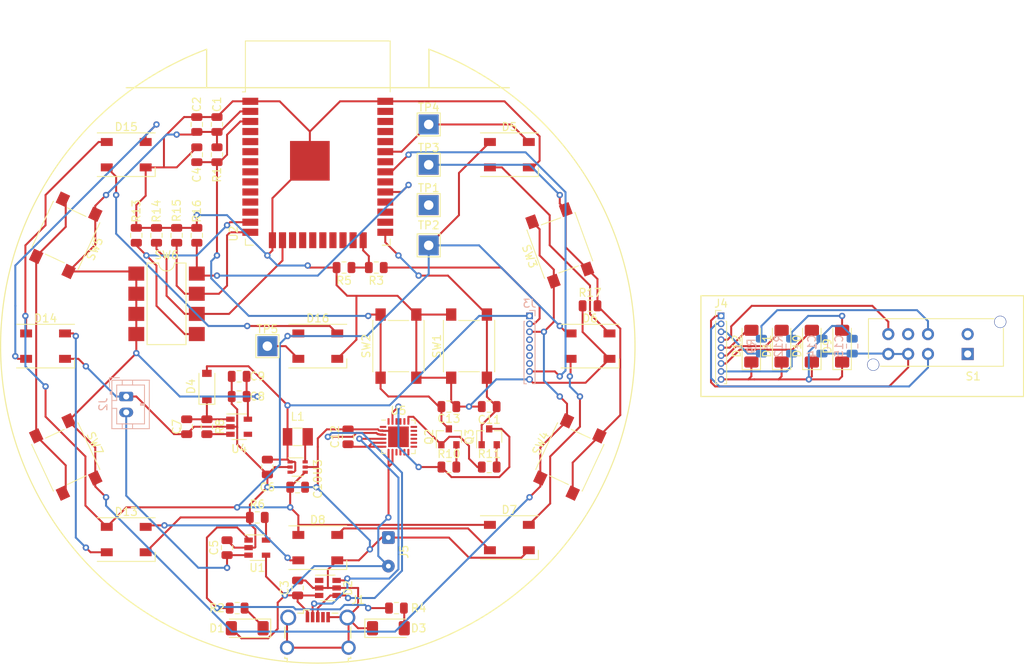
<source format=kicad_pcb>
(kicad_pcb (version 20171130) (host pcbnew "(5.1.6)-1")
  (layers (0 F.Cu signal) (31 B.Cu signal) (34 B.Paste user) (35 F.Paste user) (36 B.SilkS user) (37 F.SilkS user) (38 B.Mask user) (39 F.Mask user) (44 Edge.Cuts user))
  (net 0 "")
  (net 1 GND)
  (net 2 +3V3)
  (net 3 VBUS)
  (net 4 EN)
  (net 5 +BATT)
  (net 6 batt_on)
  (net 7 "Net-(C7-Pad1)")
  (net 8 +5V)
  (net 9 IO0)
  (net 10 "Net-(C12-Pad1)")
  (net 11 "Net-(D1-Pad1)")
  (net 12 D-)
  (net 13 D+)
  (net 14 "Net-(D3-Pad2)")
  (net 15 "Net-(D5-Pad4)")
  (net 16 LED)
  (net 17 "Net-(D6-Pad4)")
  (net 18 "Net-(D7-Pad4)")
  (net 19 DOUT)
  (net 20 LED_B_2)
  (net 21 LED_B_1)
  (net 22 LED_B_0)
  (net 23 "Net-(D14-Pad4)")
  (net 24 "Net-(D15-Pad4)")
  (net 25 "Net-(D16-Pad4)")
  (net 26 "Net-(Q2-Pad2)")
  (net 27 RTS)
  (net 28 DTR)
  (net 29 "Net-(Q3-Pad2)")
  (net 30 stat)
  (net 31 "Net-(R3-Pad2)")
  (net 32 "Net-(R6-Pad2)")
  (net 33 "Net-(R8-Pad2)")
  (net 34 LED_B_3)
  (net 35 S4)
  (net 36 S3)
  (net 37 S2)
  (net 38 S1)
  (net 39 switch)
  (net 40 RXD)
  (net 41 TXD)
  (net 42 "Net-(D9-Pad2)")
  (net 43 "Net-(D13-Pad4)")
  (net 44 "Net-(L1-Pad1)")
  (net 45 "Net-(R9-Pad1)")
  (net 46 info_batt)
  (module Connector_Wire:SolderWire-0.1sqmm_1x02_P3.6mm_D0.4mm_OD1mm (layer F.Cu) (at 181.61 124.46 270)
    (fp_text reference J5 (at 1.8 -2 90) (layer F.SilkS))
    (fp_text value Conn_01x02_Batterie)
    (pad 2 thru_hole circle (at 3.6 0 270) (size 1.6 1.6) (drill 0.6) (layers *.Cu *.Mask) (net 3 VBUS))
    (pad 1 thru_hole roundrect (at 0 0 270) (size 1.6 1.6) (drill 0.6) (layers *.Cu *.Mask) (roundrect_rratio 0.15625) (net 1 GND))
  )
  (module Connector_PinHeader_1.00mm:PinHeader_1x09_P1.00mm_Vertical (layer F.Cu) (at 223.52 96.52)
    (fp_text reference J4 (at 0 -1.56) (layer F.SilkS))
    (fp_text value Conn_01x09_Female)
    (pad 9 thru_hole oval (at 0 8) (size 0.85 0.85) (drill 0.5) (layers *.Cu *.Mask) (net 1 GND))
    (pad 8 thru_hole oval (at 0 7) (size 0.85 0.85) (drill 0.5) (layers *.Cu *.Mask) (net 34 LED_B_3))
    (pad 7 thru_hole oval (at 0 6) (size 0.85 0.85) (drill 0.5) (layers *.Cu *.Mask) (net 20 LED_B_2))
    (pad 6 thru_hole oval (at 0 5) (size 0.85 0.85) (drill 0.5) (layers *.Cu *.Mask) (net 21 LED_B_1))
    (pad 5 thru_hole oval (at 0 4) (size 0.85 0.85) (drill 0.5) (layers *.Cu *.Mask) (net 22 LED_B_0))
    (pad 4 thru_hole oval (at 0 3) (size 0.85 0.85) (drill 0.5) (layers *.Cu *.Mask) (net 46 info_batt))
    (pad 3 thru_hole oval (at 0 2) (size 0.85 0.85) (drill 0.5) (layers *.Cu *.Mask) (net 2 +3V3))
    (pad 2 thru_hole oval (at 0 1) (size 0.85 0.85) (drill 0.5) (layers *.Cu *.Mask) (net 5 +BATT))
    (pad 1 thru_hole rect (at 0 0) (size 0.85 0.85) (drill 0.5) (layers *.Cu *.Mask) (net 6 batt_on))
  )
  (module Connector_PinHeader_1.00mm:PinHeader_1x09_P1.00mm_Vertical (layer B.Cu) (at 199.39 96.52 180)
    (fp_text reference J3 (at 0 1.56) (layer B.SilkS) (effects (justify mirror)))
    (fp_text value Conn_01x09_Female)
    (pad 9 thru_hole oval (at 0 -8 180) (size 0.85 0.85) (drill 0.5) (layers *.Cu *.Mask) (net 1 GND))
    (pad 8 thru_hole oval (at 0 -7 180) (size 0.85 0.85) (drill 0.5) (layers *.Cu *.Mask) (net 34 LED_B_3))
    (pad 7 thru_hole oval (at 0 -6 180) (size 0.85 0.85) (drill 0.5) (layers *.Cu *.Mask) (net 20 LED_B_2))
    (pad 6 thru_hole oval (at 0 -5 180) (size 0.85 0.85) (drill 0.5) (layers *.Cu *.Mask) (net 21 LED_B_1))
    (pad 5 thru_hole oval (at 0 -4 180) (size 0.85 0.85) (drill 0.5) (layers *.Cu *.Mask) (net 22 LED_B_0))
    (pad 4 thru_hole oval (at 0 -3 180) (size 0.85 0.85) (drill 0.5) (layers *.Cu *.Mask) (net 46 info_batt))
    (pad 3 thru_hole oval (at 0 -2 180) (size 0.85 0.85) (drill 0.5) (layers *.Cu *.Mask) (net 2 +3V3))
    (pad 2 thru_hole oval (at 0 -1 180) (size 0.85 0.85) (drill 0.5) (layers *.Cu *.Mask) (net 5 +BATT))
    (pad 1 thru_hole rect (at 0 0 180) (size 0.85 0.85) (drill 0.5) (layers *.Cu *.Mask) (net 6 batt_on))
  )
  (module Connector_USB:USB_Micro-B_Wuerth_629105150521_CircularHoles (layer F.Cu) (at 172.72 136.39)
    (fp_text reference J1 (at 5.08 -4.064) (layer F.SilkS))
    (fp_text value USB_B_Micro)
    (pad "" np_thru_hole circle (at 2.5 -0.8) (size 0.8 0.8) (drill 0.8) (layers *.Cu *.Mask))
    (pad "" np_thru_hole circle (at -2.5 -0.8) (size 0.8 0.8) (drill 0.8) (layers *.Cu *.Mask))
    (pad 6 thru_hole circle (at 3.875 1.95) (size 1.8 1.8) (drill 1.2) (layers *.Cu *.Mask) (net 1 GND))
    (pad 6 thru_hole circle (at -3.875 1.95) (size 1.8 1.8) (drill 1.2) (layers *.Cu *.Mask) (net 1 GND))
    (pad 6 thru_hole circle (at 3.725 -1.85) (size 2 2) (drill 1.4) (layers *.Cu *.Mask) (net 1 GND))
    (pad 6 thru_hole circle (at -3.725 -1.85) (size 2 2) (drill 1.4) (layers *.Cu *.Mask) (net 1 GND))
    (pad 5 smd rect (at 1.3 -1.9) (size 0.45 1.3) (layers F.Cu F.Paste F.Mask) (net 1 GND))
    (pad 4 smd rect (at 0.65 -1.9) (size 0.45 1.3) (layers F.Cu F.Paste F.Mask))
    (pad 3 smd rect (at 0 -1.9) (size 0.45 1.3) (layers F.Cu F.Paste F.Mask) (net 13 D+))
    (pad 2 smd rect (at -0.65 -1.9) (size 0.45 1.3) (layers F.Cu F.Paste F.Mask) (net 12 D-))
    (pad 1 smd rect (at -1.3 -1.9) (size 0.45 1.3) (layers F.Cu F.Paste F.Mask) (net 3 VBUS))
  )
  (module Button_Switch_THT:SW_DP3T (layer F.Cu) (at 259.08 102.87 180)
    (fp_text reference S1 (at 3.81 -1.27) (layer F.SilkS))
    (fp_text value SW_DP3T)
    (pad "" np_thru_hole circle (at 0.4 5.6 180) (size 1.524 1.524) (drill 1.4) (layers *.Cu *.Mask))
    (pad "" np_thru_hole circle (at 16.4 0.2 180) (size 1.524 1.524) (drill 1.4) (layers *.Cu *.Mask))
    (pad 8 thru_hole circle (at 14.5 4.05 180) (size 1.524 1.524) (drill 0.9) (layers *.Cu *.Mask) (net 46 info_batt))
    (pad 7 thru_hole circle (at 12 4.05 180) (size 1.524 1.524) (drill 0.9) (layers *.Cu *.Mask))
    (pad 6 thru_hole circle (at 9.5 4.05 180) (size 1.524 1.524) (drill 0.9) (layers *.Cu *.Mask) (net 45 "Net-(R9-Pad1)"))
    (pad 5 thru_hole circle (at 4.5 4.05 180) (size 1.524 1.524) (drill 0.9) (layers *.Cu *.Mask))
    (pad 4 thru_hole circle (at 14.5 1.55 180) (size 1.524 1.524) (drill 0.9) (layers *.Cu *.Mask) (net 6 batt_on))
    (pad 3 thru_hole circle (at 12 1.55 180) (size 1.524 1.524) (drill 0.9) (layers *.Cu *.Mask) (net 6 batt_on))
    (pad 2 thru_hole circle (at 9.5 1.55 180) (size 1.524 1.524) (drill 0.9) (layers *.Cu *.Mask) (net 5 +BATT))
    (pad 1 thru_hole rect (at 4.5 1.55 180) (size 1.524 1.524) (drill 0.9) (layers *.Cu *.Mask))
  )
  (module Inductor_SMD:L_Wuerth_WE_PMI (layer F.Cu) (at 170.18 111.76 180)
    (fp_text reference L1 (at 0 2.54) (layer F.SilkS))
    (fp_text value 10uH)
    (pad 2 smd rect (at 1.27 0 180) (size 1.2 2.2) (layers F.Cu F.Paste F.Mask) (net 6 batt_on))
    (pad 1 smd rect (at -1.27 0 180) (size 1.3 2.2) (layers F.Cu F.Paste F.Mask) (net 44 "Net-(L1-Pad1)"))
  )
  (module Diode_SMD:D_SOD-123 (layer F.Cu) (at 158.75 105.41 90)
    (fp_text reference D4 (at 0 -2 90) (layer F.SilkS))
    (fp_text value MBR0540)
    (pad 2 smd rect (at 1.65 0 90) (size 0.9 1.2) (layers F.Cu F.Paste F.Mask) (net 6 batt_on))
    (pad 1 smd rect (at -1.65 0 90) (size 0.9 1.2) (layers F.Cu F.Paste F.Mask) (net 7 "Net-(C7-Pad1)"))
  )
  (module Capacitor_SMD:C_0805_2012Metric (layer F.Cu) (at 156.21 110.49 270)
    (fp_text reference C7 (at 0 1.27 90) (layer F.SilkS))
    (fp_text value 10uF)
    (pad 2 smd roundrect (at 0.9375 0 270) (size 0.975 1.4) (layers F.Cu F.Paste F.Mask) (net 1 GND))
    (pad 1 smd roundrect (at -0.9375 0 270) (size 0.975 1.4) (layers F.Cu F.Paste F.Mask) (net 7 "Net-(C7-Pad1)"))
  )
  (module Package_DFN_QFN:QFN-24-1EP_4x4mm_P0.5mm_EP2.6x2.6mm (layer F.Cu) (at 182.88 111.76)
    (fp_text reference U5 (at 0 -3.3) (layer F.SilkS))
    (fp_text value CP2104)
    (pad 25 smd rect (at 0 0) (size 2.6 2.6) (layers F.Cu F.Mask) (net 1 GND))
    (pad 24 smd roundrect (at -1.25 -1.9375) (size 0.25 0.825) (layers F.Cu F.Paste F.Mask))
    (pad 23 smd roundrect (at -0.75 -1.9375) (size 0.25 0.825) (layers F.Cu F.Paste F.Mask) (net 28 DTR))
    (pad 22 smd roundrect (at -0.25 -1.9375) (size 0.25 0.825) (layers F.Cu F.Paste F.Mask))
    (pad 21 smd roundrect (at 0.25 -1.9375) (size 0.25 0.825) (layers F.Cu F.Paste F.Mask) (net 41 TXD))
    (pad 20 smd roundrect (at 0.75 -1.9375) (size 0.25 0.825) (layers F.Cu F.Paste F.Mask) (net 40 RXD))
    (pad 19 smd roundrect (at 1.25 -1.9375) (size 0.25 0.825) (layers F.Cu F.Paste F.Mask) (net 27 RTS))
    (pad 18 smd roundrect (at 1.9375 -1.25) (size 0.825 0.25) (layers F.Cu F.Paste F.Mask))
    (pad 17 smd roundrect (at 1.9375 -0.75) (size 0.825 0.25) (layers F.Cu F.Paste F.Mask))
    (pad 16 smd roundrect (at 1.9375 -0.25) (size 0.825 0.25) (layers F.Cu F.Paste F.Mask))
    (pad 15 smd roundrect (at 1.9375 0.25) (size 0.825 0.25) (layers F.Cu F.Paste F.Mask))
    (pad 14 smd roundrect (at 1.9375 0.75) (size 0.825 0.25) (layers F.Cu F.Paste F.Mask))
    (pad 13 smd roundrect (at 1.9375 1.25) (size 0.825 0.25) (layers F.Cu F.Paste F.Mask))
    (pad 12 smd roundrect (at 1.25 1.9375) (size 0.25 0.825) (layers F.Cu F.Paste F.Mask))
    (pad 11 smd roundrect (at 0.75 1.9375) (size 0.25 0.825) (layers F.Cu F.Paste F.Mask))
    (pad 10 smd roundrect (at 0.25 1.9375) (size 0.25 0.825) (layers F.Cu F.Paste F.Mask))
    (pad 9 smd roundrect (at -0.25 1.9375) (size 0.25 0.825) (layers F.Cu F.Paste F.Mask))
    (pad 8 smd roundrect (at -0.75 1.9375) (size 0.25 0.825) (layers F.Cu F.Paste F.Mask) (net 3 VBUS))
    (pad 7 smd roundrect (at -1.25 1.9375) (size 0.25 0.825) (layers F.Cu F.Paste F.Mask) (net 3 VBUS))
    (pad 6 smd roundrect (at -1.9375 1.25) (size 0.825 0.25) (layers F.Cu F.Paste F.Mask) (net 10 "Net-(C12-Pad1)"))
    (pad 5 smd roundrect (at -1.9375 0.75) (size 0.825 0.25) (layers F.Cu F.Paste F.Mask) (net 10 "Net-(C12-Pad1)"))
    (pad 4 smd roundrect (at -1.9375 0.25) (size 0.825 0.25) (layers F.Cu F.Paste F.Mask) (net 12 D-))
    (pad 3 smd roundrect (at -1.9375 -0.25) (size 0.825 0.25) (layers F.Cu F.Paste F.Mask) (net 13 D+))
    (pad 2 smd roundrect (at -1.9375 -0.75) (size 0.825 0.25) (layers F.Cu F.Paste F.Mask) (net 1 GND))
    (pad 1 smd roundrect (at -1.9375 -1.25) (size 0.825 0.25) (layers F.Cu F.Paste F.Mask))
  )
  (module Package_TO_SOT_SMD:SOT-23-5 (layer F.Cu) (at 162.814 110.49)
    (fp_text reference U4 (at 0 2.794) (layer F.SilkS))
    (fp_text value AP2112K-3.3)
    (pad 5 smd rect (at 1.1 -0.95) (size 1.06 0.65) (layers F.Cu F.Paste F.Mask) (net 2 +3V3))
    (pad 4 smd rect (at 1.1 0.95) (size 1.06 0.65) (layers F.Cu F.Paste F.Mask))
    (pad 3 smd rect (at -1.1 0.95) (size 1.06 0.65) (layers F.Cu F.Paste F.Mask) (net 33 "Net-(R8-Pad2)"))
    (pad 2 smd rect (at -1.1 0) (size 1.06 0.65) (layers F.Cu F.Paste F.Mask) (net 1 GND))
    (pad 1 smd rect (at -1.1 -0.95) (size 1.06 0.65) (layers F.Cu F.Paste F.Mask) (net 7 "Net-(C7-Pad1)"))
  )
  (module Package_TO_SOT_SMD:SOT-363_SC-70-6 (layer F.Cu) (at 170.18 115.57)
    (fp_text reference U3 (at 2.54 0 90) (layer F.SilkS))
    (fp_text value LTC3525-5)
    (pad 6 smd rect (at 0.95 -0.65) (size 0.65 0.4) (layers F.Cu F.Paste F.Mask) (net 44 "Net-(L1-Pad1)"))
    (pad 4 smd rect (at 0.95 0.65) (size 0.65 0.4) (layers F.Cu F.Paste F.Mask) (net 8 +5V))
    (pad 2 smd rect (at -0.95 0) (size 0.65 0.4) (layers F.Cu F.Paste F.Mask) (net 1 GND))
    (pad 5 smd rect (at 0.95 0) (size 0.65 0.4) (layers F.Cu F.Paste F.Mask) (net 1 GND))
    (pad 3 smd rect (at -0.95 0.65) (size 0.65 0.4) (layers F.Cu F.Paste F.Mask) (net 6 batt_on))
    (pad 1 smd rect (at -0.95 -0.65) (size 0.65 0.4) (layers F.Cu F.Paste F.Mask) (net 6 batt_on))
  )
  (module RF_Module:ESP32-WROOM-32 (layer F.Cu) (at 172.72 77.724)
    (fp_text reference U2 (at -10.61 8.43 90) (layer F.SilkS))
    (fp_text value ESP32-WROOM-32)
    (pad 38 smd rect (at 8.5 -8.255) (size 2 0.9) (layers F.Cu F.Paste F.Mask) (net 1 GND))
    (pad 37 smd rect (at 8.5 -6.985) (size 2 0.9) (layers F.Cu F.Paste F.Mask))
    (pad 36 smd rect (at 8.5 -5.715) (size 2 0.9) (layers F.Cu F.Paste F.Mask))
    (pad 35 smd rect (at 8.5 -4.445) (size 2 0.9) (layers F.Cu F.Paste F.Mask) (net 40 RXD))
    (pad 34 smd rect (at 8.5 -3.175) (size 2 0.9) (layers F.Cu F.Paste F.Mask) (net 41 TXD))
    (pad 33 smd rect (at 8.5 -1.905) (size 2 0.9) (layers F.Cu F.Paste F.Mask) (net 16 LED))
    (pad 32 smd rect (at 8.5 -0.635) (size 2 0.9) (layers F.Cu F.Paste F.Mask))
    (pad 31 smd rect (at 8.5 0.635) (size 2 0.9) (layers F.Cu F.Paste F.Mask) (net 34 LED_B_3))
    (pad 30 smd rect (at 8.5 1.905) (size 2 0.9) (layers F.Cu F.Paste F.Mask) (net 20 LED_B_2))
    (pad 29 smd rect (at 8.5 3.175) (size 2 0.9) (layers F.Cu F.Paste F.Mask) (net 38 S1))
    (pad 28 smd rect (at 8.5 4.445) (size 2 0.9) (layers F.Cu F.Paste F.Mask) (net 21 LED_B_1))
    (pad 27 smd rect (at 8.5 5.715) (size 2 0.9) (layers F.Cu F.Paste F.Mask) (net 22 LED_B_0))
    (pad 26 smd rect (at 8.5 6.985) (size 2 0.9) (layers F.Cu F.Paste F.Mask) (net 39 switch))
    (pad 25 smd rect (at 8.5 8.255) (size 2 0.9) (layers F.Cu F.Paste F.Mask) (net 9 IO0))
    (pad 24 smd rect (at 5.715 9.255 90) (size 2 0.9) (layers F.Cu F.Paste F.Mask) (net 31 "Net-(R3-Pad2)"))
    (pad 23 smd rect (at 4.445 9.255 90) (size 2 0.9) (layers F.Cu F.Paste F.Mask) (net 46 info_batt))
    (pad 22 smd rect (at 3.175 9.255 90) (size 2 0.9) (layers F.Cu F.Paste F.Mask))
    (pad 21 smd rect (at 1.905 9.255 90) (size 2 0.9) (layers F.Cu F.Paste F.Mask))
    (pad 20 smd rect (at 0.635 9.255 90) (size 2 0.9) (layers F.Cu F.Paste F.Mask))
    (pad 19 smd rect (at -0.635 9.255 90) (size 2 0.9) (layers F.Cu F.Paste F.Mask))
    (pad 18 smd rect (at -1.905 9.255 90) (size 2 0.9) (layers F.Cu F.Paste F.Mask))
    (pad 17 smd rect (at -3.175 9.255 90) (size 2 0.9) (layers F.Cu F.Paste F.Mask))
    (pad 16 smd rect (at -4.445 9.255 90) (size 2 0.9) (layers F.Cu F.Paste F.Mask) (net 36 S3))
    (pad 15 smd rect (at -5.715 9.255 90) (size 2 0.9) (layers F.Cu F.Paste F.Mask) (net 1 GND))
    (pad 14 smd rect (at -8.5 8.255) (size 2 0.9) (layers F.Cu F.Paste F.Mask) (net 37 S2))
    (pad 13 smd rect (at -8.5 6.985) (size 2 0.9) (layers F.Cu F.Paste F.Mask) (net 35 S4))
    (pad 12 smd rect (at -8.5 5.715) (size 2 0.9) (layers F.Cu F.Paste F.Mask))
    (pad 11 smd rect (at -8.5 4.445) (size 2 0.9) (layers F.Cu F.Paste F.Mask))
    (pad 10 smd rect (at -8.5 3.175) (size 2 0.9) (layers F.Cu F.Paste F.Mask))
    (pad 9 smd rect (at -8.5 1.905) (size 2 0.9) (layers F.Cu F.Paste F.Mask))
    (pad 8 smd rect (at -8.5 0.635) (size 2 0.9) (layers F.Cu F.Paste F.Mask))
    (pad 7 smd rect (at -8.5 -0.635) (size 2 0.9) (layers F.Cu F.Paste F.Mask))
    (pad 6 smd rect (at -8.5 -1.905) (size 2 0.9) (layers F.Cu F.Paste F.Mask))
    (pad 5 smd rect (at -8.5 -3.175) (size 2 0.9) (layers F.Cu F.Paste F.Mask))
    (pad 4 smd rect (at -8.5 -4.445) (size 2 0.9) (layers F.Cu F.Paste F.Mask))
    (pad 3 smd rect (at -8.5 -5.715) (size 2 0.9) (layers F.Cu F.Paste F.Mask) (net 4 EN))
    (pad 2 smd rect (at -8.5 -6.985) (size 2 0.9) (layers F.Cu F.Paste F.Mask) (net 2 +3V3))
    (pad 1 smd rect (at -8.5 -8.255) (size 2 0.9) (layers F.Cu F.Paste F.Mask) (net 1 GND))
    (pad 39 smd rect (at -1 -0.755) (size 5 5) (layers F.Cu F.Paste F.Mask) (net 1 GND))
  )
  (module Package_TO_SOT_SMD:SOT-23-5 (layer F.Cu) (at 165.1 125.73)
    (fp_text reference U1 (at 0 2.54) (layer F.SilkS))
    (fp_text value MCP73831-2-OT)
    (pad 5 smd rect (at 1.1 -0.95) (size 1.06 0.65) (layers F.Cu F.Paste F.Mask) (net 32 "Net-(R6-Pad2)"))
    (pad 4 smd rect (at 1.1 0.95) (size 1.06 0.65) (layers F.Cu F.Paste F.Mask) (net 3 VBUS))
    (pad 3 smd rect (at -1.1 0.95) (size 1.06 0.65) (layers F.Cu F.Paste F.Mask) (net 5 +BATT))
    (pad 2 smd rect (at -1.1 0) (size 1.06 0.65) (layers F.Cu F.Paste F.Mask) (net 1 GND))
    (pad 1 smd rect (at -1.1 -0.95) (size 1.06 0.65) (layers F.Cu F.Paste F.Mask) (net 30 stat))
  )
  (module TestPoint:TestPoint_THTPad_2.5x2.5mm_Drill1.2mm (layer F.Cu) (at 166.37 100.33)
    (fp_text reference TP5 (at 0 -2.148) (layer F.SilkS))
    (fp_text value TestPoint)
    (pad 1 thru_hole rect (at 0 0) (size 2.5 2.5) (drill 1.2) (layers *.Cu *.Mask) (net 25 "Net-(D16-Pad4)"))
  )
  (module TestPoint:TestPoint_THTPad_2.5x2.5mm_Drill1.2mm (layer F.Cu) (at 186.69 72.39)
    (fp_text reference TP4 (at 0 -2.148) (layer F.SilkS))
    (fp_text value TestPoint)
    (pad 1 thru_hole rect (at 0 0) (size 2.5 2.5) (drill 1.2) (layers *.Cu *.Mask) (net 16 LED))
  )
  (module TestPoint:TestPoint_THTPad_2.5x2.5mm_Drill1.2mm (layer F.Cu) (at 186.69 77.47)
    (fp_text reference TP3 (at 0 -2.148) (layer F.SilkS))
    (fp_text value TestPoint)
    (pad 1 thru_hole rect (at 0 0) (size 2.5 2.5) (drill 1.2) (layers *.Cu *.Mask) (net 39 switch))
  )
  (module TestPoint:TestPoint_THTPad_2.5x2.5mm_Drill1.2mm (layer F.Cu) (at 186.69 87.63 90)
    (fp_text reference TP2 (at 2.54 0 180) (layer F.SilkS))
    (fp_text value TestPoint)
    (pad 1 thru_hole rect (at 0 0 90) (size 2.5 2.5) (drill 1.2) (layers *.Cu *.Mask) (net 8 +5V))
  )
  (module TestPoint:TestPoint_THTPad_2.5x2.5mm_Drill1.2mm (layer F.Cu) (at 186.69 82.55)
    (fp_text reference TP1 (at 0 -2.148) (layer F.SilkS))
    (fp_text value TestPoint)
    (pad 1 thru_hole rect (at 0 0) (size 2.5 2.5) (drill 1.2) (layers *.Cu *.Mask) (net 31 "Net-(R3-Pad2)"))
  )
  (module Button_Switch_SMD:SW_SPST_PTS645 (layer F.Cu) (at 140.97 114.3 295)
    (fp_text reference SW7 (at 0 -4.05 295) (layer F.SilkS))
    (fp_text value SW_Push)
    (pad 2 smd rect (at 3.98 2.25 295) (size 1.55 1.3) (layers F.Cu F.Paste F.Mask) (net 39 switch))
    (pad 1 smd rect (at 3.98 -2.25 295) (size 1.55 1.3) (layers F.Cu F.Paste F.Mask) (net 2 +3V3))
    (pad 1 smd rect (at -3.98 -2.25 295) (size 1.55 1.3) (layers F.Cu F.Paste F.Mask) (net 2 +3V3))
    (pad 2 smd rect (at -3.98 2.25 295) (size 1.55 1.3) (layers F.Cu F.Paste F.Mask) (net 39 switch))
  )
  (module Package_DIP:SMDIP-8_W7.62mm (layer F.Cu) (at 153.67 94.996)
    (fp_text reference SW6 (at 0 -6.14) (layer F.SilkS))
    (fp_text value SW_DIP_x04)
    (pad 8 smd rect (at 3.81 -3.81) (size 2 1.78) (layers F.Cu F.Paste F.Mask) (net 38 S1))
    (pad 4 smd rect (at -3.81 3.81) (size 2 1.78) (layers F.Cu F.Paste F.Mask) (net 2 +3V3))
    (pad 7 smd rect (at 3.81 -1.27) (size 2 1.78) (layers F.Cu F.Paste F.Mask) (net 37 S2))
    (pad 3 smd rect (at -3.81 1.27) (size 2 1.78) (layers F.Cu F.Paste F.Mask) (net 2 +3V3))
    (pad 6 smd rect (at 3.81 1.27) (size 2 1.78) (layers F.Cu F.Paste F.Mask) (net 36 S3))
    (pad 2 smd rect (at -3.81 -1.27) (size 2 1.78) (layers F.Cu F.Paste F.Mask) (net 2 +3V3))
    (pad 5 smd rect (at 3.81 3.81) (size 2 1.78) (layers F.Cu F.Paste F.Mask) (net 35 S4))
    (pad 1 smd rect (at -3.81 -3.81) (size 2 1.78) (layers F.Cu F.Paste F.Mask) (net 2 +3V3))
  )
  (module Button_Switch_SMD:SW_SPST_PTS645 (layer F.Cu) (at 140.97 86.36 245)
    (fp_text reference SW5 (at 0 -4.05 65) (layer F.SilkS))
    (fp_text value SW_Push)
    (pad 2 smd rect (at 3.98 2.25 245) (size 1.55 1.3) (layers F.Cu F.Paste F.Mask) (net 39 switch))
    (pad 1 smd rect (at 3.98 -2.25 245) (size 1.55 1.3) (layers F.Cu F.Paste F.Mask) (net 2 +3V3))
    (pad 1 smd rect (at -3.98 -2.25 245) (size 1.55 1.3) (layers F.Cu F.Paste F.Mask) (net 2 +3V3))
    (pad 2 smd rect (at -3.98 2.25 245) (size 1.55 1.3) (layers F.Cu F.Paste F.Mask) (net 39 switch))
  )
  (module Button_Switch_SMD:SW_SPST_PTS645 (layer F.Cu) (at 204.47 114.3 65)
    (fp_text reference SW4 (at 0 -4.05 65) (layer F.SilkS))
    (fp_text value SW_Push)
    (pad 2 smd rect (at 3.98 2.25 65) (size 1.55 1.3) (layers F.Cu F.Paste F.Mask) (net 39 switch))
    (pad 1 smd rect (at 3.98 -2.25 65) (size 1.55 1.3) (layers F.Cu F.Paste F.Mask) (net 2 +3V3))
    (pad 1 smd rect (at -3.98 -2.25 65) (size 1.55 1.3) (layers F.Cu F.Paste F.Mask) (net 2 +3V3))
    (pad 2 smd rect (at -3.98 2.25 65) (size 1.55 1.3) (layers F.Cu F.Paste F.Mask) (net 39 switch))
  )
  (module Button_Switch_SMD:SW_SPST_PTS645 (layer F.Cu) (at 203.2 87.63 110)
    (fp_text reference SW3 (at 0 -4.05 110) (layer F.SilkS))
    (fp_text value SW_Push)
    (pad 2 smd rect (at 3.98 2.25 110) (size 1.55 1.3) (layers F.Cu F.Paste F.Mask) (net 39 switch))
    (pad 1 smd rect (at 3.98 -2.25 110) (size 1.55 1.3) (layers F.Cu F.Paste F.Mask) (net 2 +3V3))
    (pad 1 smd rect (at -3.98 -2.25 110) (size 1.55 1.3) (layers F.Cu F.Paste F.Mask) (net 2 +3V3))
    (pad 2 smd rect (at -3.98 2.25 110) (size 1.55 1.3) (layers F.Cu F.Paste F.Mask) (net 39 switch))
  )
  (module Button_Switch_SMD:SW_SPST_PTS645 (layer F.Cu) (at 182.88 100.33 270)
    (fp_text reference SW2 (at 0 4.064 90) (layer F.SilkS))
    (fp_text value SW_Push)
    (pad 2 smd rect (at 3.98 2.25 270) (size 1.55 1.3) (layers F.Cu F.Paste F.Mask) (net 4 EN))
    (pad 1 smd rect (at 3.98 -2.25 270) (size 1.55 1.3) (layers F.Cu F.Paste F.Mask) (net 1 GND))
    (pad 1 smd rect (at -3.98 -2.25 270) (size 1.55 1.3) (layers F.Cu F.Paste F.Mask) (net 1 GND))
    (pad 2 smd rect (at -3.98 2.25 270) (size 1.55 1.3) (layers F.Cu F.Paste F.Mask) (net 4 EN))
  )
  (module Button_Switch_SMD:SW_SPST_PTS645 (layer F.Cu) (at 191.77 100.33 90)
    (fp_text reference SW1 (at 0 -4.05 90) (layer F.SilkS))
    (fp_text value SW_Push)
    (pad 2 smd rect (at 3.98 2.25 90) (size 1.55 1.3) (layers F.Cu F.Paste F.Mask) (net 9 IO0))
    (pad 1 smd rect (at 3.98 -2.25 90) (size 1.55 1.3) (layers F.Cu F.Paste F.Mask) (net 1 GND))
    (pad 1 smd rect (at -3.98 -2.25 90) (size 1.55 1.3) (layers F.Cu F.Paste F.Mask) (net 1 GND))
    (pad 2 smd rect (at -3.98 2.25 90) (size 1.55 1.3) (layers F.Cu F.Paste F.Mask) (net 9 IO0))
  )
  (module Resistor_SMD:R_0805_2012Metric (layer F.Cu) (at 207.01 95.25)
    (fp_text reference R17 (at 0 -1.65) (layer F.SilkS))
    (fp_text value 10k)
    (pad 2 smd roundrect (at 0.9375 0) (size 0.975 1.4) (layers F.Cu F.Paste F.Mask) (net 39 switch))
    (pad 1 smd roundrect (at -0.9375 0) (size 0.975 1.4) (layers F.Cu F.Paste F.Mask) (net 1 GND))
  )
  (module Resistor_SMD:R_0805_2012Metric (layer F.Cu) (at 157.48 86.36 90)
    (fp_text reference R16 (at 3.048 0 90) (layer F.SilkS))
    (fp_text value 10K)
    (pad 2 smd roundrect (at 0.9375 0 90) (size 0.975 1.4) (layers F.Cu F.Paste F.Mask) (net 1 GND))
    (pad 1 smd roundrect (at -0.9375 0 90) (size 0.975 1.4) (layers F.Cu F.Paste F.Mask) (net 38 S1))
  )
  (module Resistor_SMD:R_0805_2012Metric (layer F.Cu) (at 154.94 86.36 90)
    (fp_text reference R15 (at 3.1265 0 90) (layer F.SilkS))
    (fp_text value 10K)
    (pad 2 smd roundrect (at 0.9375 0 90) (size 0.975 1.4) (layers F.Cu F.Paste F.Mask) (net 1 GND))
    (pad 1 smd roundrect (at -0.9375 0 90) (size 0.975 1.4) (layers F.Cu F.Paste F.Mask) (net 37 S2))
  )
  (module Resistor_SMD:R_0805_2012Metric (layer F.Cu) (at 152.4 86.36 90)
    (fp_text reference R14 (at 3.048 0 90) (layer F.SilkS))
    (fp_text value 10K)
    (pad 2 smd roundrect (at 0.9375 0 90) (size 0.975 1.4) (layers F.Cu F.Paste F.Mask) (net 1 GND))
    (pad 1 smd roundrect (at -0.9375 0 90) (size 0.975 1.4) (layers F.Cu F.Paste F.Mask) (net 36 S3))
  )
  (module Resistor_SMD:R_0805_2012Metric (layer F.Cu) (at 149.86 86.36 90)
    (fp_text reference R13 (at 3.048 0 90) (layer F.SilkS))
    (fp_text value 10K)
    (pad 2 smd roundrect (at 0.9375 0 90) (size 0.975 1.4) (layers F.Cu F.Paste F.Mask) (net 1 GND))
    (pad 1 smd roundrect (at -0.9375 0 90) (size 0.975 1.4) (layers F.Cu F.Paste F.Mask) (net 35 S4))
  )
  (module Resistor_SMD:R_0805_2012Metric (layer B.Cu) (at 232.41 100.33 270)
    (fp_text reference R12 (at 0 1.65 270) (layer B.SilkS) (effects (justify mirror)))
    (fp_text value 68R)
    (pad 2 smd roundrect (at 0.9375 0 270) (size 0.975 1.4) (layers B.Cu B.Paste B.Mask) (net 34 LED_B_3))
    (pad 1 smd roundrect (at -0.9375 0 270) (size 0.975 1.4) (layers B.Cu B.Paste B.Mask) (net 42 "Net-(D9-Pad2)"))
  )
  (module Resistor_SMD:R_0805_2012Metric (layer F.Cu) (at 194.31 115.57)
    (fp_text reference R11 (at 0 -1.65) (layer F.SilkS))
    (fp_text value 10K)
    (pad 2 smd roundrect (at 0.9375 0) (size 0.975 1.4) (layers F.Cu F.Paste F.Mask) (net 29 "Net-(Q3-Pad2)"))
    (pad 1 smd roundrect (at -0.9375 0) (size 0.975 1.4) (layers F.Cu F.Paste F.Mask) (net 27 RTS))
  )
  (module Resistor_SMD:R_0805_2012Metric (layer F.Cu) (at 189.23 115.57)
    (fp_text reference R10 (at 0 -1.65) (layer F.SilkS))
    (fp_text value 10K)
    (pad 2 smd roundrect (at 0.9375 0) (size 0.975 1.4) (layers F.Cu F.Paste F.Mask) (net 26 "Net-(Q2-Pad2)"))
    (pad 1 smd roundrect (at -0.9375 0) (size 0.975 1.4) (layers F.Cu F.Paste F.Mask) (net 28 DTR))
  )
  (module Resistor_SMD:R_0805_2012Metric (layer B.Cu) (at 228.6 100.33 270)
    (fp_text reference R9 (at 0 1.27 90) (layer B.SilkS) (effects (justify mirror)))
    (fp_text value 10K)
    (pad 2 smd roundrect (at 0.9375 0 270) (size 0.975 1.4) (layers B.Cu B.Paste B.Mask) (net 2 +3V3))
    (pad 1 smd roundrect (at -0.9375 0 270) (size 0.975 1.4) (layers B.Cu B.Paste B.Mask) (net 45 "Net-(R9-Pad1)"))
  )
  (module Resistor_SMD:R_0805_2012Metric (layer F.Cu) (at 158.75 110.49 270)
    (fp_text reference R8 (at 0 -1.65 90) (layer F.SilkS))
    (fp_text value 10k)
    (pad 2 smd roundrect (at 0.9375 0 270) (size 0.975 1.4) (layers F.Cu F.Paste F.Mask) (net 33 "Net-(R8-Pad2)"))
    (pad 1 smd roundrect (at -0.9375 0 270) (size 0.975 1.4) (layers F.Cu F.Paste F.Mask) (net 7 "Net-(C7-Pad1)"))
  )
  (module Resistor_SMD:R_0805_2012Metric (layer F.Cu) (at 165.1 121.92)
    (fp_text reference R6 (at 0 -1.65) (layer F.SilkS))
    (fp_text value 2K)
    (pad 2 smd roundrect (at 0.9375 0) (size 0.975 1.4) (layers F.Cu F.Paste F.Mask) (net 32 "Net-(R6-Pad2)"))
    (pad 1 smd roundrect (at -0.9375 0) (size 0.975 1.4) (layers F.Cu F.Paste F.Mask) (net 1 GND))
  )
  (module Resistor_SMD:R_0805_2012Metric (layer F.Cu) (at 176.022 90.424 180)
    (fp_text reference R5 (at 0 -1.65) (layer F.SilkS))
    (fp_text value 10k)
    (pad 2 smd roundrect (at 0.9375 0 180) (size 0.975 1.4) (layers F.Cu F.Paste F.Mask) (net 1 GND))
    (pad 1 smd roundrect (at -0.9375 0 180) (size 0.975 1.4) (layers F.Cu F.Paste F.Mask) (net 31 "Net-(R3-Pad2)"))
  )
  (module Resistor_SMD:R_0805_2012Metric (layer F.Cu) (at 182.626 133.35 180)
    (fp_text reference R4 (at -2.794 0) (layer F.SilkS))
    (fp_text value 100)
    (pad 2 smd roundrect (at 0.9375 0 180) (size 0.975 1.4) (layers F.Cu F.Paste F.Mask) (net 30 stat))
    (pad 1 smd roundrect (at -0.9375 0 180) (size 0.975 1.4) (layers F.Cu F.Paste F.Mask) (net 14 "Net-(D3-Pad2)"))
  )
  (module Resistor_SMD:R_0805_2012Metric (layer F.Cu) (at 180.086 90.424 180)
    (fp_text reference R3 (at 0 -1.65) (layer F.SilkS))
    (fp_text value 4k)
    (pad 2 smd roundrect (at 0.9375 0 180) (size 0.975 1.4) (layers F.Cu F.Paste F.Mask) (net 31 "Net-(R3-Pad2)"))
    (pad 1 smd roundrect (at -0.9375 0 180) (size 0.975 1.4) (layers F.Cu F.Paste F.Mask) (net 5 +BATT))
  )
  (module Resistor_SMD:R_0805_2012Metric (layer F.Cu) (at 162.56 133.35)
    (fp_text reference R2 (at -2.54 0) (layer F.SilkS))
    (fp_text value 150)
    (pad 2 smd roundrect (at 0.9375 0) (size 0.975 1.4) (layers F.Cu F.Paste F.Mask) (net 11 "Net-(D1-Pad1)"))
    (pad 1 smd roundrect (at -0.9375 0) (size 0.975 1.4) (layers F.Cu F.Paste F.Mask) (net 30 stat))
  )
  (module Resistor_SMD:R_0805_2012Metric (layer F.Cu) (at 160.02 76.2 270)
    (fp_text reference R1 (at 2.54 0 90) (layer F.SilkS))
    (fp_text value 10k)
    (pad 2 smd roundrect (at 0.9375 0 270) (size 0.975 1.4) (layers F.Cu F.Paste F.Mask) (net 4 EN))
    (pad 1 smd roundrect (at -0.9375 0 270) (size 0.975 1.4) (layers F.Cu F.Paste F.Mask) (net 2 +3V3))
  )
  (module Package_TO_SOT_SMD:SOT-23 (layer F.Cu) (at 194.31 111.76 90)
    (fp_text reference Q3 (at 0 -2.5 90) (layer F.SilkS))
    (fp_text value S8050)
    (pad 3 smd rect (at 1 0 90) (size 0.9 0.8) (layers F.Cu F.Paste F.Mask) (net 28 DTR))
    (pad 2 smd rect (at -1 0.95 90) (size 0.9 0.8) (layers F.Cu F.Paste F.Mask) (net 29 "Net-(Q3-Pad2)"))
    (pad 1 smd rect (at -1 -0.95 90) (size 0.9 0.8) (layers F.Cu F.Paste F.Mask) (net 9 IO0))
  )
  (module Package_TO_SOT_SMD:SOT-23 (layer F.Cu) (at 189.23 111.76 90)
    (fp_text reference Q2 (at 0 -2.5 90) (layer F.SilkS))
    (fp_text value S8050)
    (pad 3 smd rect (at 1 0 90) (size 0.9 0.8) (layers F.Cu F.Paste F.Mask) (net 4 EN))
    (pad 2 smd rect (at -1 0.95 90) (size 0.9 0.8) (layers F.Cu F.Paste F.Mask) (net 26 "Net-(Q2-Pad2)"))
    (pad 1 smd rect (at -1 -0.95 90) (size 0.9 0.8) (layers F.Cu F.Paste F.Mask) (net 27 RTS))
  )
  (module Connector_JST:JST_PH_B2B-PH-K_1x02_P2.00mm_Vertical (layer B.Cu) (at 148.59 106.68 270)
    (fp_text reference J2 (at 1 2.9 270) (layer B.SilkS) (effects (justify mirror)))
    (fp_text value Conn_01x02_Batterie)
    (pad 2 thru_hole oval (at 2 0 270) (size 1.2 1.75) (drill 0.75) (layers *.Cu *.Mask) (net 5 +BATT))
    (pad 1 thru_hole roundrect (at 0 0 270) (size 1.2 1.75) (drill 0.75) (layers *.Cu *.Mask) (roundrect_rratio 0.208333) (net 1 GND))
  )
  (module LED_SMD:LED_SK6812_PLCC4_5.0x5.0mm_P3.2mm (layer F.Cu) (at 172.72 100.33)
    (fp_text reference D16 (at 0 -3.5) (layer F.SilkS))
    (fp_text value SK6812)
    (pad 3 smd rect (at -2.45 -1.6) (size 1.5 1) (layers F.Cu F.Paste F.Mask) (net 8 +5V))
    (pad 4 smd rect (at -2.45 1.6) (size 1.5 1) (layers F.Cu F.Paste F.Mask) (net 25 "Net-(D16-Pad4)"))
    (pad 2 smd rect (at 2.45 -1.6) (size 1.5 1) (layers F.Cu F.Paste F.Mask) (net 24 "Net-(D15-Pad4)"))
    (pad 1 smd rect (at 2.45 1.6) (size 1.5 1) (layers F.Cu F.Paste F.Mask) (net 1 GND))
  )
  (module LED_SMD:LED_SK6812_PLCC4_5.0x5.0mm_P3.2mm (layer F.Cu) (at 148.59 76.2)
    (fp_text reference D15 (at 0 -3.5) (layer F.SilkS))
    (fp_text value SK6812)
    (pad 3 smd rect (at -2.45 -1.6) (size 1.5 1) (layers F.Cu F.Paste F.Mask) (net 8 +5V))
    (pad 4 smd rect (at -2.45 1.6) (size 1.5 1) (layers F.Cu F.Paste F.Mask) (net 24 "Net-(D15-Pad4)"))
    (pad 2 smd rect (at 2.45 -1.6) (size 1.5 1) (layers F.Cu F.Paste F.Mask) (net 23 "Net-(D14-Pad4)"))
    (pad 1 smd rect (at 2.45 1.6) (size 1.5 1) (layers F.Cu F.Paste F.Mask) (net 1 GND))
  )
  (module LED_SMD:LED_SK6812_PLCC4_5.0x5.0mm_P3.2mm (layer F.Cu) (at 138.43 100.33)
    (fp_text reference D14 (at 0 -3.5) (layer F.SilkS))
    (fp_text value SK6812)
    (pad 3 smd rect (at -2.45 -1.6) (size 1.5 1) (layers F.Cu F.Paste F.Mask) (net 8 +5V))
    (pad 4 smd rect (at -2.45 1.6) (size 1.5 1) (layers F.Cu F.Paste F.Mask) (net 23 "Net-(D14-Pad4)"))
    (pad 2 smd rect (at 2.45 -1.6) (size 1.5 1) (layers F.Cu F.Paste F.Mask) (net 43 "Net-(D13-Pad4)"))
    (pad 1 smd rect (at 2.45 1.6) (size 1.5 1) (layers F.Cu F.Paste F.Mask) (net 1 GND))
  )
  (module LED_SMD:LED_SK6812_PLCC4_5.0x5.0mm_P3.2mm (layer F.Cu) (at 148.59 124.714)
    (fp_text reference D13 (at 0 -3.5) (layer F.SilkS))
    (fp_text value SK6812)
    (pad 3 smd rect (at -2.45 -1.6) (size 1.5 1) (layers F.Cu F.Paste F.Mask) (net 8 +5V))
    (pad 4 smd rect (at -2.45 1.6) (size 1.5 1) (layers F.Cu F.Paste F.Mask) (net 43 "Net-(D13-Pad4)"))
    (pad 2 smd rect (at 2.45 -1.6) (size 1.5 1) (layers F.Cu F.Paste F.Mask) (net 19 DOUT))
    (pad 1 smd rect (at 2.45 1.6) (size 1.5 1) (layers F.Cu F.Paste F.Mask) (net 1 GND))
  )
  (module LED_SMD:LED_1806_4516Metric (layer F.Cu) (at 227.33 100.33 90)
    (fp_text reference D12 (at 0 -1.85 90) (layer F.SilkS))
    (fp_text value LED_G)
    (pad 2 smd roundrect (at 2 0 90) (size 1.4 1.8) (layers F.Cu F.Paste F.Mask) (roundrect_rratio 0.178571) (net 22 LED_B_0))
    (pad 1 smd roundrect (at -2 0 90) (size 1.4 1.8) (layers F.Cu F.Paste F.Mask) (roundrect_rratio 0.178571) (net 1 GND))
  )
  (module LED_SMD:LED_1806_4516Metric (layer F.Cu) (at 231.14 100.33 90)
    (fp_text reference D11 (at 0 -1.85 90) (layer F.SilkS))
    (fp_text value LED_G)
    (pad 2 smd roundrect (at 2 0 90) (size 1.4 1.8) (layers F.Cu F.Paste F.Mask) (roundrect_rratio 0.178571) (net 21 LED_B_1))
    (pad 1 smd roundrect (at -2 0 90) (size 1.4 1.8) (layers F.Cu F.Paste F.Mask) (roundrect_rratio 0.178571) (net 1 GND))
  )
  (module LED_SMD:LED_1806_4516Metric (layer F.Cu) (at 234.95 100.33 90)
    (fp_text reference D10 (at 0 -1.85 90) (layer F.SilkS))
    (fp_text value LED_G)
    (pad 2 smd roundrect (at 2 0 90) (size 1.4 1.8) (layers F.Cu F.Paste F.Mask) (roundrect_rratio 0.178571) (net 20 LED_B_2))
    (pad 1 smd roundrect (at -2 0 90) (size 1.4 1.8) (layers F.Cu F.Paste F.Mask) (roundrect_rratio 0.178571) (net 1 GND))
  )
  (module LED_SMD:LED_1806_4516Metric (layer F.Cu) (at 238.76 100.33 90)
    (fp_text reference D9 (at 0 -1.85 90) (layer F.SilkS))
    (fp_text value LED_R)
    (pad 2 smd roundrect (at 2 0 90) (size 1.4 1.8) (layers F.Cu F.Paste F.Mask) (roundrect_rratio 0.178571) (net 42 "Net-(D9-Pad2)"))
    (pad 1 smd roundrect (at -2 0 90) (size 1.4 1.8) (layers F.Cu F.Paste F.Mask) (roundrect_rratio 0.178571) (net 1 GND))
  )
  (module LED_SMD:LED_SK6812_PLCC4_5.0x5.0mm_P3.2mm (layer F.Cu) (at 172.72 125.73)
    (fp_text reference D8 (at 0 -3.5) (layer F.SilkS))
    (fp_text value SK6812)
    (pad 3 smd rect (at -2.45 -1.6) (size 1.5 1) (layers F.Cu F.Paste F.Mask) (net 8 +5V))
    (pad 4 smd rect (at -2.45 1.6) (size 1.5 1) (layers F.Cu F.Paste F.Mask) (net 19 DOUT))
    (pad 2 smd rect (at 2.45 -1.6) (size 1.5 1) (layers F.Cu F.Paste F.Mask) (net 18 "Net-(D7-Pad4)"))
    (pad 1 smd rect (at 2.45 1.6) (size 1.5 1) (layers F.Cu F.Paste F.Mask) (net 1 GND))
  )
  (module LED_SMD:LED_SK6812_PLCC4_5.0x5.0mm_P3.2mm (layer F.Cu) (at 196.85 124.46)
    (fp_text reference D7 (at 0 -3.5) (layer F.SilkS))
    (fp_text value SK6812)
    (pad 3 smd rect (at -2.45 -1.6) (size 1.5 1) (layers F.Cu F.Paste F.Mask) (net 8 +5V))
    (pad 4 smd rect (at -2.45 1.6) (size 1.5 1) (layers F.Cu F.Paste F.Mask) (net 18 "Net-(D7-Pad4)"))
    (pad 2 smd rect (at 2.45 -1.6) (size 1.5 1) (layers F.Cu F.Paste F.Mask) (net 17 "Net-(D6-Pad4)"))
    (pad 1 smd rect (at 2.45 1.6) (size 1.5 1) (layers F.Cu F.Paste F.Mask) (net 1 GND))
  )
  (module LED_SMD:LED_SK6812_PLCC4_5.0x5.0mm_P3.2mm (layer F.Cu) (at 207.01 100.33)
    (fp_text reference D6 (at 0 -3.5) (layer F.SilkS))
    (fp_text value SK6812)
    (pad 3 smd rect (at -2.45 -1.6) (size 1.5 1) (layers F.Cu F.Paste F.Mask) (net 8 +5V))
    (pad 4 smd rect (at -2.45 1.6) (size 1.5 1) (layers F.Cu F.Paste F.Mask) (net 17 "Net-(D6-Pad4)"))
    (pad 2 smd rect (at 2.45 -1.6) (size 1.5 1) (layers F.Cu F.Paste F.Mask) (net 15 "Net-(D5-Pad4)"))
    (pad 1 smd rect (at 2.45 1.6) (size 1.5 1) (layers F.Cu F.Paste F.Mask) (net 1 GND))
  )
  (module LED_SMD:LED_SK6812_PLCC4_5.0x5.0mm_P3.2mm (layer F.Cu) (at 196.85 76.2)
    (fp_text reference D5 (at 0 -3.5) (layer F.SilkS))
    (fp_text value SK6812)
    (pad 3 smd rect (at -2.45 -1.6) (size 1.5 1) (layers F.Cu F.Paste F.Mask) (net 8 +5V))
    (pad 4 smd rect (at -2.45 1.6) (size 1.5 1) (layers F.Cu F.Paste F.Mask) (net 15 "Net-(D5-Pad4)"))
    (pad 2 smd rect (at 2.45 -1.6) (size 1.5 1) (layers F.Cu F.Paste F.Mask) (net 16 LED))
    (pad 1 smd rect (at 2.45 1.6) (size 1.5 1) (layers F.Cu F.Paste F.Mask) (net 1 GND))
  )
  (module LED_SMD:LED_1806_4516Metric (layer F.Cu) (at 181.61 135.89)
    (fp_text reference D3 (at 3.81 0) (layer F.SilkS))
    (fp_text value LED_G)
    (pad 2 smd roundrect (at 2 0) (size 1.4 1.8) (layers F.Cu F.Paste F.Mask) (roundrect_rratio 0.178571) (net 14 "Net-(D3-Pad2)"))
    (pad 1 smd roundrect (at -2 0) (size 1.4 1.8) (layers F.Cu F.Paste F.Mask) (roundrect_rratio 0.178571) (net 1 GND))
  )
  (module Package_TO_SOT_SMD:SOT-23-6 (layer F.Cu) (at 173.99 130.81)
    (fp_text reference D2 (at 2.54 0 90) (layer F.SilkS))
    (fp_text value ESDA6V1BC6)
    (pad 5 smd rect (at 1.1 0) (size 1.06 0.65) (layers F.Cu F.Paste F.Mask) (net 1 GND))
    (pad 6 smd rect (at 1.1 -0.95) (size 1.06 0.65) (layers F.Cu F.Paste F.Mask) (net 12 D-))
    (pad 4 smd rect (at 1.1 0.95) (size 1.06 0.65) (layers F.Cu F.Paste F.Mask) (net 13 D+))
    (pad 3 smd rect (at -1.1 0.95) (size 1.06 0.65) (layers F.Cu F.Paste F.Mask) (net 3 VBUS))
    (pad 2 smd rect (at -1.1 0) (size 1.06 0.65) (layers F.Cu F.Paste F.Mask) (net 1 GND))
    (pad 1 smd rect (at -1.1 -0.95) (size 1.06 0.65) (layers F.Cu F.Paste F.Mask))
  )
  (module LED_SMD:LED_1806_4516Metric (layer F.Cu) (at 163.83 135.89 180)
    (fp_text reference D1 (at 3.81 0) (layer F.SilkS))
    (fp_text value LED_R)
    (pad 2 smd roundrect (at 2 0 180) (size 1.4 1.8) (layers F.Cu F.Paste F.Mask) (roundrect_rratio 0.178571) (net 3 VBUS))
    (pad 1 smd roundrect (at -2 0 180) (size 1.4 1.8) (layers F.Cu F.Paste F.Mask) (roundrect_rratio 0.178571) (net 11 "Net-(D1-Pad1)"))
  )
  (module Capacitor_SMD:C_0805_2012Metric (layer B.Cu) (at 240.03 100.33 270)
    (fp_text reference C15 (at 0 1.65 90) (layer B.SilkS) (effects (justify mirror)))
    (fp_text value 0,1uF)
    (pad 2 smd roundrect (at 0.9375 0 270) (size 0.975 1.4) (layers B.Cu B.Paste B.Mask) (net 6 batt_on))
    (pad 1 smd roundrect (at -0.9375 0 270) (size 0.975 1.4) (layers B.Cu B.Paste B.Mask) (net 1 GND))
  )
  (module Capacitor_SMD:C_0805_2012Metric (layer B.Cu) (at 236.22 100.33 90)
    (fp_text reference C14 (at 0 -1.27 90) (layer B.SilkS) (effects (justify mirror)))
    (fp_text value 10uF)
    (pad 2 smd roundrect (at 0.9375 0 90) (size 0.975 1.4) (layers B.Cu B.Paste B.Mask) (net 1 GND))
    (pad 1 smd roundrect (at -0.9375 0 90) (size 0.975 1.4) (layers B.Cu B.Paste B.Mask) (net 6 batt_on))
  )
  (module Capacitor_SMD:C_0805_2012Metric (layer F.Cu) (at 189.23 107.95)
    (fp_text reference C13 (at 0 1.524) (layer F.SilkS))
    (fp_text value 0,1uF)
    (pad 2 smd roundrect (at 0.9375 0) (size 0.975 1.4) (layers F.Cu F.Paste F.Mask) (net 1 GND))
    (pad 1 smd roundrect (at -0.9375 0) (size 0.975 1.4) (layers F.Cu F.Paste F.Mask) (net 4 EN))
  )
  (module Capacitor_SMD:C_0805_2012Metric (layer F.Cu) (at 176.53 111.76 90)
    (fp_text reference C12 (at 0 -1.65 90) (layer F.SilkS))
    (fp_text value 1uF)
    (pad 2 smd roundrect (at 0.9375 0 90) (size 0.975 1.4) (layers F.Cu F.Paste F.Mask) (net 1 GND))
    (pad 1 smd roundrect (at -0.9375 0 90) (size 0.975 1.4) (layers F.Cu F.Paste F.Mask) (net 10 "Net-(C12-Pad1)"))
  )
  (module Capacitor_SMD:C_0805_2012Metric (layer F.Cu) (at 194.31 107.95 180)
    (fp_text reference C11 (at 0 -1.65) (layer F.SilkS))
    (fp_text value 0,1uF)
    (pad 2 smd roundrect (at 0.9375 0 180) (size 0.975 1.4) (layers F.Cu F.Paste F.Mask) (net 1 GND))
    (pad 1 smd roundrect (at -0.9375 0 180) (size 0.975 1.4) (layers F.Cu F.Paste F.Mask) (net 9 IO0))
  )
  (module Capacitor_SMD:C_0805_2012Metric (layer F.Cu) (at 170.18 118.11)
    (fp_text reference C10 (at 2.54 0 90) (layer F.SilkS))
    (fp_text value 10uF)
    (pad 2 smd roundrect (at 0.9375 0) (size 0.975 1.4) (layers F.Cu F.Paste F.Mask) (net 1 GND))
    (pad 1 smd roundrect (at -0.9375 0) (size 0.975 1.4) (layers F.Cu F.Paste F.Mask) (net 8 +5V))
  )
  (module Capacitor_SMD:C_0805_2012Metric (layer F.Cu) (at 162.814 104.14 180)
    (fp_text reference C9 (at -2.286 0) (layer F.SilkS))
    (fp_text value 1uF)
    (pad 2 smd roundrect (at 0.9375 0 180) (size 0.975 1.4) (layers F.Cu F.Paste F.Mask) (net 1 GND))
    (pad 1 smd roundrect (at -0.9375 0 180) (size 0.975 1.4) (layers F.Cu F.Paste F.Mask) (net 2 +3V3))
  )
  (module Capacitor_SMD:C_0805_2012Metric (layer F.Cu) (at 162.814 106.68 180)
    (fp_text reference C8 (at -2.286 0) (layer F.SilkS))
    (fp_text value 10uF)
    (pad 2 smd roundrect (at 0.9375 0 180) (size 0.975 1.4) (layers F.Cu F.Paste F.Mask) (net 1 GND))
    (pad 1 smd roundrect (at -0.9375 0 180) (size 0.975 1.4) (layers F.Cu F.Paste F.Mask) (net 2 +3V3))
  )
  (module Capacitor_SMD:C_0805_2012Metric (layer F.Cu) (at 166.37 115.57 270)
    (fp_text reference C6 (at 2.54 0) (layer F.SilkS))
    (fp_text value 1uF)
    (pad 2 smd roundrect (at 0.9375 0 270) (size 0.975 1.4) (layers F.Cu F.Paste F.Mask) (net 1 GND))
    (pad 1 smd roundrect (at -0.9375 0 270) (size 0.975 1.4) (layers F.Cu F.Paste F.Mask) (net 6 batt_on))
  )
  (module Capacitor_SMD:C_0805_2012Metric (layer F.Cu) (at 161.29 125.73 90)
    (fp_text reference C5 (at 0 -1.65 90) (layer F.SilkS))
    (fp_text value 10uF)
    (pad 2 smd roundrect (at 0.9375 0 90) (size 0.975 1.4) (layers F.Cu F.Paste F.Mask) (net 1 GND))
    (pad 1 smd roundrect (at -0.9375 0 90) (size 0.975 1.4) (layers F.Cu F.Paste F.Mask) (net 5 +BATT))
  )
  (module Capacitor_SMD:C_0805_2012Metric (layer F.Cu) (at 157.48 76.2 90)
    (fp_text reference C4 (at -2.54 0 90) (layer F.SilkS))
    (fp_text value 4,7uF)
    (pad 2 smd roundrect (at 0.9375 0 90) (size 0.975 1.4) (layers F.Cu F.Paste F.Mask) (net 1 GND))
    (pad 1 smd roundrect (at -0.9375 0 90) (size 0.975 1.4) (layers F.Cu F.Paste F.Mask) (net 4 EN))
  )
  (module Capacitor_SMD:C_0805_2012Metric (layer F.Cu) (at 170.18 130.81 90)
    (fp_text reference C3 (at 0 -1.65 90) (layer F.SilkS))
    (fp_text value 10uF)
    (pad 2 smd roundrect (at 0.9375 0 90) (size 0.975 1.4) (layers F.Cu F.Paste F.Mask) (net 1 GND))
    (pad 1 smd roundrect (at -0.9375 0 90) (size 0.975 1.4) (layers F.Cu F.Paste F.Mask) (net 3 VBUS))
  )
  (module Capacitor_SMD:C_0805_2012Metric (layer F.Cu) (at 157.48 72.39 90)
    (fp_text reference C2 (at 2.54 0 90) (layer F.SilkS))
    (fp_text value 0,1uF)
    (pad 2 smd roundrect (at 0.9375 0 90) (size 0.975 1.4) (layers F.Cu F.Paste F.Mask) (net 1 GND))
    (pad 1 smd roundrect (at -0.9375 0 90) (size 0.975 1.4) (layers F.Cu F.Paste F.Mask) (net 2 +3V3))
  )
  (module Capacitor_SMD:C_0805_2012Metric (layer F.Cu) (at 160.02 72.39 90)
    (fp_text reference C1 (at 2.54 0 90) (layer F.SilkS))
    (fp_text value 22uF)
    (pad 2 smd roundrect (at 0.9375 0 90) (size 0.975 1.4) (layers F.Cu F.Paste F.Mask) (net 1 GND))
    (pad 1 smd roundrect (at -0.9375 0 90) (size 0.975 1.4) (layers F.Cu F.Paste F.Mask) (net 2 +3V3))
  )
  (gr_arc (start 172.72 100.33) (end 158.72 62.909) (angle -319) (layer F.SilkS) (width 0.15))
  (gr_line (start 186.72 67.754) (end 186.72 62.909) (layer F.SilkS) (width 0.15))
  (gr_line (start 148.59 67.754) (end 196.85 67.754) (layer F.SilkS) (width 0.15))
  (gr_line (start 158.72 62.909) (end 158.72 67.754) (layer F.SilkS) (width 0.15))
  (gr_line (start 220.98 106.68) (end 261.62 106.68) (layer F.SilkS) (width 0.15))
  (gr_line (start 220.98 93.98) (end 220.98 106.68) (layer F.SilkS) (width 0.15))
  (gr_line (start 261.62 93.98) (end 220.98 93.98) (layer F.SilkS) (width 0.15))
  (gr_line (start 261.62 106.68) (end 261.62 93.98) (layer F.SilkS) (width 0.15))
  (segment (start 238.76 102.33) (end 238.76 102.108) (width 0.25) (layer F.Cu) (net 1))
  (segment (start 238.76 102.33) (end 238.76 104.14) (width 0.25) (layer F.Cu) (net 1))
  (segment (start 238.38 104.52) (end 238.76 104.14) (width 0.25) (layer F.Cu) (net 1))
  (segment (start 234.95 104.14) (end 234.57 104.52) (width 0.25) (layer F.Cu) (net 1))
  (segment (start 234.95 102.33) (end 234.95 104.14) (width 0.25) (layer F.Cu) (net 1))
  (segment (start 231.14 102.33) (end 231.14 104.14) (width 0.25) (layer F.Cu) (net 1))
  (segment (start 231.14 104.14) (end 230.76 104.52) (width 0.25) (layer F.Cu) (net 1))
  (segment (start 230.76 104.52) (end 234.57 104.52) (width 0.25) (layer F.Cu) (net 1))
  (segment (start 227.33 104.14) (end 226.95 104.52) (width 0.25) (layer F.Cu) (net 1))
  (segment (start 223.52 104.52) (end 226.95 104.52) (width 0.25) (layer F.Cu) (net 1))
  (segment (start 227.33 102.33) (end 227.33 104.14) (width 0.25) (layer F.Cu) (net 1))
  (segment (start 226.95 104.52) (end 227.71 104.52) (width 0.25) (layer F.Cu) (net 1))
  (segment (start 227.71 104.52) (end 230.76 104.52) (width 0.25) (layer F.Cu) (net 1))
  (segment (start 236.22 99.3925) (end 236.22 99.06) (width 0.25) (layer B.Cu) (net 1))
  (segment (start 236.22 99.06) (end 237.49 97.79) (width 0.25) (layer B.Cu) (net 1))
  (segment (start 237.49 97.79) (end 238.76 97.79) (width 0.25) (layer B.Cu) (net 1))
  (segment (start 238.76 97.79) (end 240.03 99.06) (width 0.25) (layer B.Cu) (net 1))
  (segment (start 240.03 99.06) (end 240.03 99.3925) (width 0.25) (layer B.Cu) (net 1))
  (via (at 234.57 104.52) (size 0.8) (drill 0.4) (layers F.Cu B.Cu) (net 1))
  (segment (start 238.38 104.52) (end 234.57 104.52) (width 0.25) (layer F.Cu) (net 1))
  (segment (start 234.57 101.0425) (end 236.22 99.3925) (width 0.25) (layer B.Cu) (net 1))
  (segment (start 234.57 104.52) (end 234.57 101.0425) (width 0.25) (layer B.Cu) (net 1))
  (segment (start 176.595 134.69) (end 176.445 134.54) (width 0.25) (layer F.Cu) (net 1))
  (segment (start 176.595 138.34) (end 176.595 134.69) (width 0.25) (layer F.Cu) (net 1))
  (segment (start 168.845 134.69) (end 168.995 134.54) (width 0.25) (layer F.Cu) (net 1))
  (segment (start 168.845 138.34) (end 168.845 134.69) (width 0.25) (layer F.Cu) (net 1))
  (segment (start 176.395 134.49) (end 176.445 134.54) (width 0.25) (layer F.Cu) (net 1))
  (segment (start 174.02 134.49) (end 176.395 134.49) (width 0.25) (layer F.Cu) (net 1))
  (segment (start 177.795 135.89) (end 176.445 134.54) (width 0.25) (layer F.Cu) (net 1))
  (segment (start 179.61 135.89) (end 177.795 135.89) (width 0.25) (layer F.Cu) (net 1))
  (segment (start 171.1725 129.8725) (end 170.18 129.8725) (width 0.25) (layer F.Cu) (net 1))
  (segment (start 172.11 130.81) (end 171.1725 129.8725) (width 0.25) (layer F.Cu) (net 1))
  (segment (start 172.89 130.81) (end 172.11 130.81) (width 0.25) (layer F.Cu) (net 1))
  (segment (start 162.2275 125.73) (end 161.29 124.7925) (width 0.25) (layer F.Cu) (net 1))
  (segment (start 164 125.73) (end 162.2275 125.73) (width 0.25) (layer F.Cu) (net 1))
  (segment (start 167.3075 115.57) (end 169.23 115.57) (width 0.25) (layer F.Cu) (net 1))
  (segment (start 166.37 116.5075) (end 167.3075 115.57) (width 0.25) (layer F.Cu) (net 1))
  (segment (start 185.13 96.35) (end 189.52 96.35) (width 0.25) (layer F.Cu) (net 1))
  (segment (start 185.13 104.31) (end 189.52 104.31) (width 0.25) (layer F.Cu) (net 1))
  (segment (start 189.52 107.3025) (end 190.1675 107.95) (width 0.25) (layer F.Cu) (net 1))
  (segment (start 189.52 104.31) (end 189.52 107.3025) (width 0.25) (layer F.Cu) (net 1))
  (segment (start 193.3725 107.95) (end 190.1675 107.95) (width 0.25) (layer F.Cu) (net 1))
  (segment (start 182.13 111.01) (end 182.88 111.76) (width 0.25) (layer F.Cu) (net 1))
  (segment (start 180.9425 111.01) (end 182.13 111.01) (width 0.25) (layer F.Cu) (net 1))
  (segment (start 168.845 138.34) (end 176.595 138.34) (width 0.25) (layer F.Cu) (net 1))
  (segment (start 175.09 130.81) (end 177.8 130.81) (width 0.25) (layer F.Cu) (net 1))
  (segment (start 177.8 133.185) (end 177.8 130.81) (width 0.25) (layer F.Cu) (net 1))
  (segment (start 176.445 134.54) (end 177.8 133.185) (width 0.25) (layer F.Cu) (net 1))
  (segment (start 157.48 71.4525) (end 160.02 71.4525) (width 0.25) (layer F.Cu) (net 1))
  (segment (start 162.0035 69.469) (end 164.22 69.469) (width 0.25) (layer F.Cu) (net 1))
  (segment (start 160.02 71.4525) (end 162.0035 69.469) (width 0.25) (layer F.Cu) (net 1))
  (segment (start 175.5255 69.469) (end 181.22 69.469) (width 0.25) (layer F.Cu) (net 1))
  (segment (start 171.72 76.969) (end 171.72 73.2745) (width 0.25) (layer F.Cu) (net 1))
  (segment (start 171.72 73.2745) (end 175.5255 69.469) (width 0.25) (layer F.Cu) (net 1))
  (segment (start 167.9145 69.469) (end 171.72 73.2745) (width 0.25) (layer F.Cu) (net 1))
  (segment (start 164.22 69.469) (end 167.9145 69.469) (width 0.25) (layer F.Cu) (net 1))
  (segment (start 151.04 77.8) (end 153.34 77.8) (width 0.25) (layer F.Cu) (net 1))
  (segment (start 149.86 85.4225) (end 152.4 85.4225) (width 0.25) (layer F.Cu) (net 1))
  (segment (start 152.4 85.4225) (end 154.94 85.4225) (width 0.25) (layer F.Cu) (net 1))
  (segment (start 154.94 85.4225) (end 157.48 85.4225) (width 0.25) (layer F.Cu) (net 1))
  (segment (start 151.04 77.8) (end 151.04 81.37) (width 0.25) (layer F.Cu) (net 1))
  (segment (start 149.86 82.55) (end 149.86 85.4225) (width 0.25) (layer F.Cu) (net 1))
  (segment (start 151.04 81.37) (end 149.86 82.55) (width 0.25) (layer F.Cu) (net 1))
  (segment (start 161.8765 106.68) (end 161.8765 104.14) (width 0.25) (layer F.Cu) (net 1))
  (segment (start 157.1475 110.49) (end 161.714 110.49) (width 0.25) (layer F.Cu) (net 1))
  (segment (start 156.21 111.4275) (end 157.1475 110.49) (width 0.25) (layer F.Cu) (net 1))
  (segment (start 172.72 115.57) (end 171.13 115.57) (width 0.25) (layer F.Cu) (net 1))
  (segment (start 171.1175 118.11) (end 172.55375 118.11) (width 0.25) (layer F.Cu) (net 1))
  (segment (start 172.55375 118.11) (end 172.72 117.94375) (width 0.25) (layer F.Cu) (net 1))
  (segment (start 164.1625 120.3175) (end 164.1625 121.92) (width 0.25) (layer F.Cu) (net 1))
  (segment (start 166.37 116.5075) (end 166.37 118.11) (width 0.25) (layer F.Cu) (net 1))
  (segment (start 166.37 118.11) (end 164.1625 120.3175) (width 0.25) (layer F.Cu) (net 1))
  (segment (start 164.1625 122.72125) (end 164.1625 121.92) (width 0.25) (layer F.Cu) (net 1))
  (segment (start 164.855001 123.413751) (end 164.1625 122.72125) (width 0.25) (layer F.Cu) (net 1))
  (segment (start 164.855001 125.654999) (end 164.855001 123.413751) (width 0.25) (layer F.Cu) (net 1))
  (segment (start 164 125.73) (end 164.78 125.73) (width 0.25) (layer F.Cu) (net 1))
  (segment (start 164.78 125.73) (end 164.855001 125.654999) (width 0.25) (layer F.Cu) (net 1))
  (segment (start 206.0725 98.5425) (end 209.46 101.93) (width 0.25) (layer F.Cu) (net 1))
  (segment (start 206.0725 95.25) (end 206.0725 98.5425) (width 0.25) (layer F.Cu) (net 1))
  (segment (start 155.434 121.92) (end 164.1625 121.92) (width 0.25) (layer F.Cu) (net 1))
  (segment (start 151.04 126.314) (end 155.434 121.92) (width 0.25) (layer F.Cu) (net 1))
  (segment (start 185.13 96.35) (end 185.13 104.31) (width 0.25) (layer F.Cu) (net 1))
  (segment (start 196.236501 69.469) (end 181.22 69.469) (width 0.25) (layer F.Cu) (net 1))
  (segment (start 200.66 76.955) (end 200.66 73.892499) (width 0.25) (layer F.Cu) (net 1))
  (segment (start 199.3 77.8) (end 199.815 77.8) (width 0.25) (layer F.Cu) (net 1))
  (segment (start 200.66 73.892499) (end 196.236501 69.469) (width 0.25) (layer F.Cu) (net 1))
  (segment (start 199.815 77.8) (end 200.66 76.955) (width 0.25) (layer F.Cu) (net 1))
  (segment (start 153.34 73.99) (end 153.34 77.8) (width 0.25) (layer F.Cu) (net 1))
  (segment (start 157.48 71.4525) (end 155.8775 71.4525) (width 0.25) (layer F.Cu) (net 1))
  (segment (start 155.8775 71.4525) (end 153.34 73.99) (width 0.25) (layer F.Cu) (net 1))
  (segment (start 154.9425 77.8) (end 157.48 75.2625) (width 0.25) (layer F.Cu) (net 1))
  (segment (start 153.34 77.8) (end 154.9425 77.8) (width 0.25) (layer F.Cu) (net 1))
  (segment (start 148.59 106.68) (end 149.86 106.68) (width 0.25) (layer F.Cu) (net 1))
  (segment (start 154.6075 111.4275) (end 156.21 111.4275) (width 0.25) (layer F.Cu) (net 1))
  (segment (start 149.86 106.68) (end 154.6075 111.4275) (width 0.25) (layer F.Cu) (net 1))
  (segment (start 162.569001 112.706501) (end 166.37 116.5075) (width 0.25) (layer F.Cu) (net 1))
  (segment (start 162.569001 110.565001) (end 162.569001 112.706501) (width 0.25) (layer F.Cu) (net 1))
  (segment (start 162.494 110.49) (end 162.569001 110.565001) (width 0.25) (layer F.Cu) (net 1))
  (segment (start 161.714 110.49) (end 162.494 110.49) (width 0.25) (layer F.Cu) (net 1))
  (segment (start 161.8765 107.60825) (end 161.8765 106.68) (width 0.25) (layer F.Cu) (net 1))
  (segment (start 162.569001 110.565001) (end 162.569001 108.300751) (width 0.25) (layer F.Cu) (net 1))
  (segment (start 162.569001 108.300751) (end 161.8765 107.60825) (width 0.25) (layer F.Cu) (net 1))
  (segment (start 177.58525 93.98) (end 182.76 93.98) (width 0.25) (layer F.Cu) (net 1))
  (segment (start 182.76 93.98) (end 185.13 96.35) (width 0.25) (layer F.Cu) (net 1))
  (segment (start 148.59 106.68) (end 147.32 106.68) (width 0.25) (layer B.Cu) (net 1))
  (via (at 143.51 102.87) (size 0.8) (drill 0.4) (layers F.Cu B.Cu) (net 1))
  (segment (start 147.32 106.68) (end 143.51 102.87) (width 0.25) (layer B.Cu) (net 1))
  (segment (start 142.57 101.93) (end 140.88 101.93) (width 0.25) (layer F.Cu) (net 1))
  (segment (start 143.51 102.87) (end 142.57 101.93) (width 0.25) (layer F.Cu) (net 1))
  (via (at 172.55375 118.11) (size 0.8) (drill 0.4) (layers F.Cu B.Cu) (net 1))
  (via (at 166.37 118.11) (size 0.8) (drill 0.4) (layers F.Cu B.Cu) (net 1))
  (segment (start 172.55375 118.11) (end 166.37 118.11) (width 0.25) (layer B.Cu) (net 1))
  (segment (start 191.77 127) (end 198.36 127) (width 0.25) (layer F.Cu) (net 1))
  (segment (start 181.61 124.46) (end 189.23 124.46) (width 0.25) (layer F.Cu) (net 1))
  (segment (start 198.36 127) (end 199.3 126.06) (width 0.25) (layer F.Cu) (net 1))
  (segment (start 189.23 124.46) (end 191.77 127) (width 0.25) (layer F.Cu) (net 1))
  (segment (start 167.005 81.684) (end 171.72 76.969) (width 0.25) (layer F.Cu) (net 1))
  (segment (start 167.005 86.979) (end 167.005 81.684) (width 0.25) (layer F.Cu) (net 1))
  (via (at 166.37 88.9) (size 0.8) (drill 0.4) (layers F.Cu B.Cu) (net 1))
  (segment (start 167.005 86.979) (end 167.005 88.265) (width 0.25) (layer F.Cu) (net 1))
  (segment (start 167.005 88.265) (end 166.37 88.9) (width 0.25) (layer F.Cu) (net 1))
  (via (at 157.48 83.82) (size 0.8) (drill 0.4) (layers F.Cu B.Cu) (net 1))
  (segment (start 166.37 88.9) (end 161.29 83.82) (width 0.25) (layer B.Cu) (net 1))
  (segment (start 161.29 83.82) (end 157.48 83.82) (width 0.25) (layer B.Cu) (net 1))
  (segment (start 157.48 83.82) (end 157.48 85.4225) (width 0.25) (layer F.Cu) (net 1))
  (segment (start 177.58525 99.51475) (end 177.58525 93.98) (width 0.25) (layer F.Cu) (net 1))
  (segment (start 175.17 101.93) (end 177.58525 99.51475) (width 0.25) (layer F.Cu) (net 1))
  (via (at 171.45 90.17) (size 0.8) (drill 0.4) (layers F.Cu B.Cu) (net 1))
  (segment (start 175.0845 90.424) (end 171.704 90.424) (width 0.25) (layer F.Cu) (net 1))
  (segment (start 171.704 90.424) (end 171.45 90.17) (width 0.25) (layer F.Cu) (net 1))
  (segment (start 171.45 90.17) (end 167.64 90.17) (width 0.25) (layer B.Cu) (net 1))
  (segment (start 167.64 90.17) (end 166.37 88.9) (width 0.25) (layer B.Cu) (net 1))
  (via (at 191.77 107.95) (size 0.8) (drill 0.4) (layers F.Cu B.Cu) (net 1))
  (segment (start 199.39 104.52) (end 195.2 104.52) (width 0.25) (layer B.Cu) (net 1))
  (segment (start 195.2 104.52) (end 191.77 107.95) (width 0.25) (layer B.Cu) (net 1))
  (segment (start 180.759962 124.46) (end 179.279981 125.939981) (width 0.25) (layer F.Cu) (net 1))
  (segment (start 172.55375 118.11) (end 179.279981 124.836231) (width 0.25) (layer B.Cu) (net 1))
  (segment (start 179.279981 124.836231) (end 179.279981 125.939981) (width 0.25) (layer B.Cu) (net 1))
  (segment (start 181.61 124.46) (end 180.759962 124.46) (width 0.25) (layer F.Cu) (net 1))
  (via (at 179.279981 125.939981) (size 0.8) (drill 0.4) (layers F.Cu B.Cu) (net 1))
  (segment (start 177.889962 127.33) (end 175.17 127.33) (width 0.25) (layer F.Cu) (net 1))
  (segment (start 179.279981 125.939981) (end 177.889962 127.33) (width 0.25) (layer F.Cu) (net 1))
  (segment (start 173.99 128.51) (end 175.17 127.33) (width 0.25) (layer F.Cu) (net 1))
  (segment (start 173.99 130.81) (end 173.99 128.51) (width 0.25) (layer F.Cu) (net 1))
  (segment (start 173.99 130.81) (end 175.09 130.81) (width 0.25) (layer F.Cu) (net 1))
  (segment (start 172.89 130.81) (end 173.99 130.81) (width 0.25) (layer F.Cu) (net 1))
  (segment (start 180.431988 110.96001) (end 180.89251 110.96001) (width 0.25) (layer F.Cu) (net 1))
  (segment (start 176.53 110.8225) (end 180.294478 110.8225) (width 0.25) (layer F.Cu) (net 1))
  (segment (start 180.89251 110.96001) (end 180.9425 111.01) (width 0.25) (layer F.Cu) (net 1))
  (segment (start 180.294478 110.8225) (end 180.431988 110.96001) (width 0.25) (layer F.Cu) (net 1))
  (segment (start 175.0845 90.424) (end 175.0845 92.641875) (width 0.25) (layer F.Cu) (net 1))
  (segment (start 176.422625 93.98) (end 177.58525 93.98) (width 0.25) (layer F.Cu) (net 1))
  (segment (start 175.0845 92.641875) (end 176.422625 93.98) (width 0.25) (layer F.Cu) (net 1))
  (segment (start 199.39 104.52) (end 199.814999 104.944999) (width 0.25) (layer F.Cu) (net 1))
  (segment (start 199.814999 104.944999) (end 206.445001 104.944999) (width 0.25) (layer F.Cu) (net 1))
  (segment (start 206.445001 104.944999) (end 209.46 101.93) (width 0.25) (layer F.Cu) (net 1))
  (segment (start 173.854498 110.8225) (end 172.72 111.956998) (width 0.25) (layer F.Cu) (net 1))
  (segment (start 176.53 110.8225) (end 173.854498 110.8225) (width 0.25) (layer F.Cu) (net 1))
  (segment (start 172.72 111.956998) (end 172.72 113.03) (width 0.25) (layer F.Cu) (net 1))
  (segment (start 172.72 113.03) (end 172.72 116.84) (width 0.25) (layer F.Cu) (net 1))
  (segment (start 172.72 117.94375) (end 172.72 116.84) (width 0.25) (layer F.Cu) (net 1))
  (segment (start 172.72 116.84) (end 172.72 115.57) (width 0.25) (layer F.Cu) (net 1))
  (segment (start 226.86854 101.2675) (end 228.6 101.2675) (width 0.25) (layer B.Cu) (net 2))
  (segment (start 224.12104 98.52) (end 226.86854 101.2675) (width 0.25) (layer B.Cu) (net 2))
  (segment (start 223.52 98.52) (end 224.12104 98.52) (width 0.25) (layer B.Cu) (net 2))
  (segment (start 200.748787 113.106045) (end 204.112828 109.742004) (width 0.25) (layer F.Cu) (net 2))
  (segment (start 200.748787 116.956214) (end 200.748787 113.106045) (width 0.25) (layer F.Cu) (net 2))
  (segment (start 144.691213 113.106045) (end 141.327172 109.742004) (width 0.25) (layer F.Cu) (net 2))
  (segment (start 144.691213 116.956214) (end 144.691213 113.106045) (width 0.25) (layer F.Cu) (net 2))
  (segment (start 144.691213 87.553955) (end 141.327172 90.917996) (width 0.25) (layer F.Cu) (net 2))
  (segment (start 144.691213 83.703786) (end 144.691213 87.553955) (width 0.25) (layer F.Cu) (net 2))
  (segment (start 149.86 98.806) (end 149.86 96.266) (width 0.25) (layer F.Cu) (net 2))
  (segment (start 149.86 93.726) (end 149.86 96.266) (width 0.25) (layer F.Cu) (net 2))
  (segment (start 149.86 91.186) (end 149.86 93.726) (width 0.25) (layer F.Cu) (net 2))
  (segment (start 157.48 73.3275) (end 160.02 73.3275) (width 0.25) (layer F.Cu) (net 2))
  (segment (start 160.02 73.3275) (end 160.02 75.2625) (width 0.25) (layer F.Cu) (net 2))
  (segment (start 162.97 70.739) (end 160.3815 73.3275) (width 0.25) (layer F.Cu) (net 2))
  (segment (start 160.3815 73.3275) (end 160.02 73.3275) (width 0.25) (layer F.Cu) (net 2))
  (segment (start 164.22 70.739) (end 162.97 70.739) (width 0.25) (layer F.Cu) (net 2))
  (segment (start 163.914 106.8425) (end 163.7515 106.68) (width 0.25) (layer F.Cu) (net 2))
  (segment (start 163.914 109.54) (end 163.914 106.8425) (width 0.25) (layer F.Cu) (net 2))
  (segment (start 163.7515 106.68) (end 163.7515 104.14) (width 0.25) (layer F.Cu) (net 2))
  (segment (start 149.86 101.209176) (end 141.327172 109.742004) (width 0.25) (layer F.Cu) (net 2))
  (segment (start 149.86 98.806) (end 149.86 101.209176) (width 0.25) (layer F.Cu) (net 2))
  (segment (start 149.591996 90.917996) (end 149.86 91.186) (width 0.25) (layer F.Cu) (net 2))
  (segment (start 141.327172 90.917996) (end 149.591996 90.917996) (width 0.25) (layer F.Cu) (net 2))
  (via (at 146.05 81.28) (size 0.8) (drill 0.4) (layers F.Cu B.Cu) (net 2))
  (segment (start 144.691213 83.703786) (end 144.691213 82.638787) (width 0.25) (layer F.Cu) (net 2))
  (segment (start 144.691213 82.638787) (end 146.05 81.28) (width 0.25) (layer F.Cu) (net 2))
  (via (at 154.940042 73.66) (size 0.8) (drill 0.4) (layers F.Cu B.Cu) (net 2))
  (segment (start 153.67 73.66) (end 154.940042 73.66) (width 0.25) (layer B.Cu) (net 2))
  (segment (start 146.05 81.28) (end 153.67 73.66) (width 0.25) (layer B.Cu) (net 2))
  (segment (start 157.1475 73.66) (end 154.940042 73.66) (width 0.25) (layer F.Cu) (net 2))
  (segment (start 157.48 73.3275) (end 157.1475 73.66) (width 0.25) (layer F.Cu) (net 2))
  (segment (start 199.39 98.52) (end 201.2 98.52) (width 0.25) (layer F.Cu) (net 2))
  (segment (start 202.446932 97.273068) (end 202.446932 92.139522) (width 0.25) (layer F.Cu) (net 2))
  (segment (start 201.2 98.52) (end 202.446932 97.273068) (width 0.25) (layer F.Cu) (net 2))
  (segment (start 204.112828 109.742004) (end 204.112828 107.592828) (width 0.25) (layer F.Cu) (net 2))
  (via (at 203.2 106.68) (size 0.8) (drill 0.4) (layers F.Cu B.Cu) (net 2))
  (segment (start 204.112828 107.592828) (end 203.2 106.68) (width 0.25) (layer F.Cu) (net 2))
  (via (at 201.2 98.52) (size 0.8) (drill 0.4) (layers F.Cu B.Cu) (net 2))
  (segment (start 203.2 106.68) (end 201.2 104.68) (width 0.25) (layer B.Cu) (net 2))
  (segment (start 201.2 104.68) (end 201.2 98.52) (width 0.25) (layer B.Cu) (net 2))
  (via (at 165.1 106.68) (size 0.8) (drill 0.4) (layers F.Cu B.Cu) (net 2))
  (segment (start 163.7515 106.68) (end 165.1 106.68) (width 0.25) (layer F.Cu) (net 2))
  (via (at 149.86 101.209176) (size 0.8) (drill 0.4) (layers F.Cu B.Cu) (net 2))
  (segment (start 165.1 106.68) (end 155.330824 106.68) (width 0.25) (layer B.Cu) (net 2))
  (segment (start 155.330824 106.68) (end 149.86 101.209176) (width 0.25) (layer B.Cu) (net 2))
  (segment (start 200.66 88.9) (end 202.446932 90.686932) (width 0.25) (layer F.Cu) (net 2))
  (segment (start 202.446932 90.686932) (end 202.446932 92.139522) (width 0.25) (layer F.Cu) (net 2))
  (segment (start 199.724451 84.659569) (end 200.66 85.595118) (width 0.25) (layer F.Cu) (net 2))
  (segment (start 200.66 85.595118) (end 200.66 88.9) (width 0.25) (layer F.Cu) (net 2))
  (via (at 146.05 119.38) (size 0.8) (drill 0.4) (layers F.Cu B.Cu) (net 2))
  (segment (start 144.691213 116.956214) (end 144.691213 118.021213) (width 0.25) (layer F.Cu) (net 2))
  (segment (start 144.691213 118.021213) (end 146.05 119.38) (width 0.25) (layer F.Cu) (net 2))
  (segment (start 146.05 120.453002) (end 160.216998 134.62) (width 0.25) (layer B.Cu) (net 2))
  (segment (start 146.05 119.38) (end 146.05 120.453002) (width 0.25) (layer B.Cu) (net 2))
  (via (at 199.39 119.38) (size 0.8) (drill 0.4) (layers F.Cu B.Cu) (net 2))
  (segment (start 182.454999 136.315001) (end 199.39 119.38) (width 0.25) (layer B.Cu) (net 2))
  (segment (start 160.216998 134.62) (end 161.911999 136.315001) (width 0.25) (layer B.Cu) (net 2))
  (segment (start 161.911999 136.315001) (end 182.454999 136.315001) (width 0.25) (layer B.Cu) (net 2))
  (segment (start 200.748787 118.021213) (end 200.748787 116.956214) (width 0.25) (layer F.Cu) (net 2))
  (segment (start 199.39 119.38) (end 200.748787 118.021213) (width 0.25) (layer F.Cu) (net 2))
  (segment (start 170.1925 131.76) (end 170.18 131.7475) (width 0.25) (layer F.Cu) (net 3))
  (segment (start 172.89 131.76) (end 170.1925 131.76) (width 0.25) (layer F.Cu) (net 3))
  (segment (start 170.18 132.54875) (end 170.18 131.7475) (width 0.25) (layer F.Cu) (net 3))
  (segment (start 171.42 134.49) (end 171.42 133.78875) (width 0.25) (layer F.Cu) (net 3))
  (segment (start 171.42 133.78875) (end 170.18 132.54875) (width 0.25) (layer F.Cu) (net 3))
  (segment (start 168.5775 131.7475) (end 170.18 131.7475) (width 0.25) (layer F.Cu) (net 3))
  (segment (start 166.2 126.68) (end 166.2 129.37) (width 0.25) (layer F.Cu) (net 3))
  (segment (start 166.2 129.37) (end 168.5775 131.7475) (width 0.25) (layer F.Cu) (net 3))
  (via (at 168.5775 131.7475) (size 0.8) (drill 0.4) (layers F.Cu B.Cu) (net 3))
  (segment (start 181.61 128.06) (end 172.265 128.06) (width 0.25) (layer B.Cu) (net 3))
  (segment (start 172.265 128.06) (end 168.5775 131.7475) (width 0.25) (layer B.Cu) (net 3))
  (segment (start 167.669999 132.655001) (end 168.5775 131.7475) (width 0.25) (layer F.Cu) (net 3))
  (segment (start 166.47319 137.16) (end 167.669999 135.963191) (width 0.25) (layer F.Cu) (net 3))
  (segment (start 167.669999 135.963191) (end 167.669999 132.655001) (width 0.25) (layer F.Cu) (net 3))
  (segment (start 161.83 135.89) (end 163.1 137.16) (width 0.25) (layer F.Cu) (net 3))
  (segment (start 163.1 137.16) (end 166.47319 137.16) (width 0.25) (layer F.Cu) (net 3))
  (segment (start 181.63 113.6975) (end 181.63 115.55) (width 0.25) (layer F.Cu) (net 3))
  (segment (start 182.13 115.05) (end 182.13 113.6975) (width 0.25) (layer F.Cu) (net 3))
  (segment (start 181.63 115.55) (end 182.13 115.05) (width 0.25) (layer F.Cu) (net 3))
  (via (at 181.61 121.92) (size 0.8) (drill 0.4) (layers F.Cu B.Cu) (net 3))
  (segment (start 181.63 115.55) (end 181.63 121.9) (width 0.25) (layer F.Cu) (net 3))
  (segment (start 181.63 121.9) (end 181.61 121.92) (width 0.25) (layer F.Cu) (net 3))
  (segment (start 180.55 127) (end 181.61 128.06) (width 0.25) (layer B.Cu) (net 3))
  (segment (start 181.61 121.92) (end 180.34 123.19) (width 0.25) (layer B.Cu) (net 3))
  (segment (start 180.34 126.79) (end 180.55 127) (width 0.25) (layer B.Cu) (net 3))
  (segment (start 180.34 123.19) (end 180.34 126.79) (width 0.25) (layer B.Cu) (net 3))
  (segment (start 188.2925 109.8225) (end 189.23 110.76) (width 0.25) (layer F.Cu) (net 4))
  (segment (start 188.2925 107.95) (end 188.2925 109.8225) (width 0.25) (layer F.Cu) (net 4))
  (segment (start 157.48 77.1375) (end 160.02 77.1375) (width 0.25) (layer F.Cu) (net 4))
  (segment (start 160.3525 77.1375) (end 160.02 77.1375) (width 0.25) (layer F.Cu) (net 4))
  (segment (start 161.29 73.689) (end 161.29 76.2) (width 0.25) (layer F.Cu) (net 4))
  (segment (start 164.22 72.009) (end 162.97 72.009) (width 0.25) (layer F.Cu) (net 4))
  (segment (start 161.29 76.2) (end 160.3525 77.1375) (width 0.25) (layer F.Cu) (net 4))
  (segment (start 162.97 72.009) (end 161.29 73.689) (width 0.25) (layer F.Cu) (net 4))
  (segment (start 187.96 107.95) (end 188.2925 107.95) (width 0.25) (layer F.Cu) (net 4))
  (segment (start 186.69 106.68) (end 187.96 107.95) (width 0.25) (layer F.Cu) (net 4))
  (segment (start 181.61 106.68) (end 186.69 106.68) (width 0.25) (layer F.Cu) (net 4))
  (segment (start 180.63 104.31) (end 180.63 105.7) (width 0.25) (layer F.Cu) (net 4))
  (segment (start 180.63 105.7) (end 181.61 106.68) (width 0.25) (layer F.Cu) (net 4))
  (segment (start 180.63 104.31) (end 180.63 96.35) (width 0.25) (layer F.Cu) (net 4))
  (segment (start 180.63 96.35) (end 179.24 96.35) (width 0.25) (layer F.Cu) (net 4))
  (via (at 179.07 96.52) (size 0.8) (drill 0.4) (layers F.Cu B.Cu) (net 4))
  (segment (start 179.24 96.35) (end 179.07 96.52) (width 0.25) (layer F.Cu) (net 4))
  (segment (start 159.294999 89.625001) (end 160.02 88.9) (width 0.25) (layer B.Cu) (net 4))
  (via (at 160.02 88.9) (size 0.8) (drill 0.4) (layers F.Cu B.Cu) (net 4))
  (segment (start 159.294999 91.788001) (end 159.294999 89.625001) (width 0.25) (layer B.Cu) (net 4))
  (segment (start 179.07 96.52) (end 164.026998 96.52) (width 0.25) (layer B.Cu) (net 4))
  (segment (start 164.026998 96.52) (end 159.294999 91.788001) (width 0.25) (layer B.Cu) (net 4))
  (segment (start 160.02 88.9) (end 160.02 77.1375) (width 0.25) (layer F.Cu) (net 4))
  (segment (start 249.58 103.035) (end 249.58 101.32) (width 0.25) (layer B.Cu) (net 5))
  (segment (start 247.205 105.41) (end 249.58 103.035) (width 0.25) (layer B.Cu) (net 5))
  (segment (start 222.91896 97.52) (end 222.25 98.18896) (width 0.25) (layer B.Cu) (net 5))
  (segment (start 222.25 98.18896) (end 222.25 104.360002) (width 0.25) (layer B.Cu) (net 5))
  (segment (start 223.52 97.52) (end 222.91896 97.52) (width 0.25) (layer B.Cu) (net 5))
  (segment (start 222.25 104.360002) (end 223.299998 105.41) (width 0.25) (layer B.Cu) (net 5))
  (segment (start 223.299998 105.41) (end 247.205 105.41) (width 0.25) (layer B.Cu) (net 5))
  (segment (start 161.3025 126.68) (end 161.29 126.6675) (width 0.25) (layer F.Cu) (net 5))
  (segment (start 164 126.68) (end 161.3025 126.68) (width 0.25) (layer F.Cu) (net 5))
  (via (at 161.29 128.27) (size 0.8) (drill 0.4) (layers F.Cu B.Cu) (net 5))
  (segment (start 157.676998 128.27) (end 161.29 128.27) (width 0.25) (layer B.Cu) (net 5))
  (segment (start 148.59 108.68) (end 148.59 119.183002) (width 0.25) (layer B.Cu) (net 5))
  (segment (start 148.59 119.183002) (end 157.676998 128.27) (width 0.25) (layer B.Cu) (net 5))
  (segment (start 161.29 128.27) (end 161.29 127) (width 0.25) (layer F.Cu) (net 5))
  (segment (start 161.29 127) (end 161.29 126.6675) (width 0.25) (layer F.Cu) (net 5))
  (segment (start 200.66 96.85104) (end 200.66 95.25) (width 0.25) (layer F.Cu) (net 5))
  (segment (start 199.39 97.52) (end 199.99104 97.52) (width 0.25) (layer F.Cu) (net 5))
  (segment (start 195.834 90.424) (end 181.0235 90.424) (width 0.25) (layer F.Cu) (net 5))
  (segment (start 200.66 95.25) (end 195.834 90.424) (width 0.25) (layer F.Cu) (net 5))
  (segment (start 199.99104 97.52) (end 200.66 96.85104) (width 0.25) (layer F.Cu) (net 5))
  (segment (start 247.08 101.32) (end 244.58 101.32) (width 0.25) (layer B.Cu) (net 6))
  (segment (start 236.22 101.2675) (end 240.03 101.2675) (width 0.25) (layer B.Cu) (net 6))
  (segment (start 244.5275 101.2675) (end 244.58 101.32) (width 0.25) (layer B.Cu) (net 6))
  (segment (start 240.03 101.2675) (end 244.5275 101.2675) (width 0.25) (layer B.Cu) (net 6))
  (segment (start 222.845 96.52) (end 223.52 96.52) (width 0.25) (layer F.Cu) (net 6))
  (segment (start 222.25 97.115) (end 222.845 96.52) (width 0.25) (layer F.Cu) (net 6))
  (segment (start 247.08 103.015) (end 244.685 105.41) (width 0.25) (layer F.Cu) (net 6))
  (segment (start 247.08 101.32) (end 247.08 103.015) (width 0.25) (layer F.Cu) (net 6))
  (segment (start 244.685 105.41) (end 222.774999 105.41) (width 0.25) (layer F.Cu) (net 6))
  (segment (start 222.774999 105.41) (end 222.25 104.885001) (width 0.25) (layer F.Cu) (net 6))
  (segment (start 222.25 104.885001) (end 222.25 97.115) (width 0.25) (layer F.Cu) (net 6))
  (segment (start 168.91 111.76) (end 168.91 114.6) (width 0.25) (layer F.Cu) (net 6))
  (segment (start 166.37 114.6325) (end 168.9425 114.6325) (width 0.25) (layer F.Cu) (net 6))
  (segment (start 168.9425 114.6325) (end 169.23 114.92) (width 0.25) (layer F.Cu) (net 6))
  (segment (start 158.75 103.76) (end 158.75 102.87) (width 0.25) (layer F.Cu) (net 6))
  (segment (start 168.91 107.79415) (end 168.91 111.76) (width 0.25) (layer F.Cu) (net 6))
  (segment (start 163.98585 102.87) (end 168.91 107.79415) (width 0.25) (layer F.Cu) (net 6))
  (segment (start 158.75 102.87) (end 163.98585 102.87) (width 0.25) (layer F.Cu) (net 6))
  (via (at 168.91 107.79415) (size 0.8) (drill 0.4) (layers F.Cu B.Cu) (net 6))
  (segment (start 193.04 96.52) (end 199.39 96.52) (width 0.25) (layer B.Cu) (net 6))
  (segment (start 168.91 107.79415) (end 181.76585 107.79415) (width 0.25) (layer B.Cu) (net 6))
  (segment (start 181.76585 107.79415) (end 193.04 96.52) (width 0.25) (layer B.Cu) (net 6))
  (segment (start 169.805 114.92) (end 169.23 114.92) (width 0.25) (layer F.Cu) (net 6))
  (segment (start 169.880001 114.995001) (end 169.805 114.92) (width 0.25) (layer F.Cu) (net 6))
  (segment (start 169.880001 116.030001) (end 169.880001 114.995001) (width 0.25) (layer F.Cu) (net 6))
  (segment (start 169.690002 116.22) (end 169.880001 116.030001) (width 0.25) (layer F.Cu) (net 6))
  (segment (start 169.23 116.22) (end 169.690002 116.22) (width 0.25) (layer F.Cu) (net 6))
  (segment (start 158.75 109.5525) (end 158.75 107.06) (width 0.25) (layer F.Cu) (net 7))
  (segment (start 156.21 109.5525) (end 158.75 109.5525) (width 0.25) (layer F.Cu) (net 7))
  (segment (start 161.7015 109.5525) (end 161.714 109.54) (width 0.25) (layer F.Cu) (net 7))
  (segment (start 158.75 109.5525) (end 161.7015 109.5525) (width 0.25) (layer F.Cu) (net 7))
  (segment (start 171.13 116.2225) (end 171.13 116.22) (width 0.25) (layer F.Cu) (net 8))
  (segment (start 169.2425 118.11) (end 171.13 116.2225) (width 0.25) (layer F.Cu) (net 8))
  (segment (start 145.11 74.6) (end 138.43 81.28) (width 0.25) (layer F.Cu) (net 8))
  (segment (start 146.14 74.6) (end 145.11 74.6) (width 0.25) (layer F.Cu) (net 8))
  (segment (start 138.43 85.09) (end 135.89 87.63) (width 0.25) (layer F.Cu) (net 8))
  (segment (start 138.43 81.28) (end 138.43 85.09) (width 0.25) (layer F.Cu) (net 8))
  (segment (start 135.89 87.63) (end 135.89 98.64) (width 0.25) (layer F.Cu) (net 8))
  (segment (start 194.4 74.6) (end 190.5 78.5) (width 0.25) (layer F.Cu) (net 8))
  (segment (start 190.5 83.82) (end 186.69 87.63) (width 0.25) (layer F.Cu) (net 8))
  (segment (start 190.5 78.5) (end 190.5 83.82) (width 0.25) (layer F.Cu) (net 8))
  (segment (start 143.449574 120.423574) (end 143.449574 114.239574) (width 0.25) (layer F.Cu) (net 8))
  (segment (start 146.14 123.114) (end 143.449574 120.423574) (width 0.25) (layer F.Cu) (net 8))
  (segment (start 143.449574 114.239574) (end 138.43 109.22) (width 0.25) (layer F.Cu) (net 8))
  (via (at 138.43 105.41) (size 0.8) (drill 0.4) (layers F.Cu B.Cu) (net 8))
  (segment (start 138.43 109.22) (end 138.43 105.41) (width 0.25) (layer F.Cu) (net 8))
  (segment (start 135.98 98.73) (end 135.98 96.61) (width 0.25) (layer F.Cu) (net 8))
  (segment (start 135.89 102.87) (end 135.89 96.52) (width 0.25) (layer B.Cu) (net 8))
  (segment (start 135.98 96.61) (end 135.89 96.52) (width 0.25) (layer F.Cu) (net 8))
  (segment (start 138.43 105.41) (end 135.89 102.87) (width 0.25) (layer B.Cu) (net 8))
  (via (at 135.89 96.52) (size 0.8) (drill 0.4) (layers F.Cu B.Cu) (net 8))
  (segment (start 170.27 122.98) (end 170.27 124.13) (width 0.25) (layer F.Cu) (net 8))
  (segment (start 194.4 122.86) (end 170.39 122.86) (width 0.25) (layer F.Cu) (net 8))
  (segment (start 170.39 122.86) (end 170.27 122.98) (width 0.25) (layer F.Cu) (net 8))
  (segment (start 148.60401 120.64999) (end 162.56 120.64999) (width 0.25) (layer F.Cu) (net 8))
  (via (at 162.56 120.64999) (size 0.8) (drill 0.4) (layers F.Cu B.Cu) (net 8))
  (segment (start 146.14 123.114) (end 148.60401 120.64999) (width 0.25) (layer F.Cu) (net 8))
  (segment (start 169.2425 118.11) (end 169.2425 120.650002) (width 0.25) (layer F.Cu) (net 8))
  (segment (start 162.56 120.64999) (end 169.242488 120.64999) (width 0.25) (layer B.Cu) (net 8))
  (segment (start 169.242488 120.64999) (end 169.2425 120.650002) (width 0.25) (layer B.Cu) (net 8))
  (segment (start 170.27 121.677502) (end 169.2425 120.650002) (width 0.25) (layer F.Cu) (net 8))
  (segment (start 170.27 124.13) (end 170.27 121.677502) (width 0.25) (layer F.Cu) (net 8))
  (via (at 169.2425 120.650002) (size 0.8) (drill 0.4) (layers F.Cu B.Cu) (net 8))
  (via (at 168.91 99.06) (size 0.8) (drill 0.4) (layers F.Cu B.Cu) (net 8))
  (segment (start 167.945001 100.024999) (end 168.91 99.06) (width 0.25) (layer B.Cu) (net 8))
  (segment (start 162.56 120.64999) (end 167.945001 115.264989) (width 0.25) (layer B.Cu) (net 8))
  (segment (start 167.945001 115.264989) (end 167.945001 100.024999) (width 0.25) (layer B.Cu) (net 8))
  (segment (start 169.94 99.06) (end 170.27 98.73) (width 0.25) (layer F.Cu) (net 8))
  (segment (start 168.91 99.06) (end 169.94 99.06) (width 0.25) (layer F.Cu) (net 8))
  (segment (start 178.87298 99.06) (end 168.91 99.06) (width 0.25) (layer B.Cu) (net 8))
  (segment (start 186.69 91.24298) (end 178.87298 99.06) (width 0.25) (layer B.Cu) (net 8))
  (segment (start 186.69 87.63) (end 186.69 91.24298) (width 0.25) (layer B.Cu) (net 8))
  (via (at 203.2 97.79) (size 0.8) (drill 0.4) (layers F.Cu B.Cu) (net 8))
  (segment (start 204.56 98.73) (end 204.14 98.73) (width 0.25) (layer F.Cu) (net 8))
  (segment (start 204.14 98.73) (end 203.2 97.79) (width 0.25) (layer F.Cu) (net 8))
  (segment (start 193.04 87.63) (end 186.69 87.63) (width 0.25) (layer B.Cu) (net 8))
  (segment (start 203.2 97.79) (end 193.04 87.63) (width 0.25) (layer B.Cu) (net 8))
  (segment (start 194.02 106.7225) (end 195.2475 107.95) (width 0.25) (layer F.Cu) (net 9))
  (segment (start 194.02 104.31) (end 194.02 106.7225) (width 0.25) (layer F.Cu) (net 9))
  (segment (start 195.2475 108.387498) (end 195.2475 107.95) (width 0.25) (layer F.Cu) (net 9))
  (segment (start 193.36 110.274998) (end 195.2475 108.387498) (width 0.25) (layer F.Cu) (net 9))
  (segment (start 193.36 112.76) (end 193.36 110.274998) (width 0.25) (layer F.Cu) (net 9))
  (segment (start 194.02 104.31) (end 194.02 96.35) (width 0.25) (layer F.Cu) (net 9))
  (segment (start 181.22 85.979) (end 181.22 87.24) (width 0.25) (layer F.Cu) (net 9))
  (via (at 182.88 88.9) (size 0.8) (drill 0.4) (layers F.Cu B.Cu) (net 9))
  (segment (start 181.22 87.24) (end 182.88 88.9) (width 0.25) (layer F.Cu) (net 9))
  (segment (start 194.02 96.35) (end 189.109978 91.439978) (width 0.25) (layer F.Cu) (net 9))
  (segment (start 182.88 88.9) (end 185.419978 91.439978) (width 0.25) (layer B.Cu) (net 9))
  (via (at 185.42 91.439978) (size 0.8) (drill 0.4) (layers F.Cu B.Cu) (net 9))
  (segment (start 185.419978 91.439978) (end 185.42 91.439978) (width 0.25) (layer B.Cu) (net 9))
  (segment (start 189.109978 91.439978) (end 185.42 91.439978) (width 0.25) (layer F.Cu) (net 9))
  (segment (start 176.8425 113.01) (end 176.53 112.6975) (width 0.25) (layer F.Cu) (net 10))
  (segment (start 180.9425 113.01) (end 176.8425 113.01) (width 0.25) (layer F.Cu) (net 10))
  (segment (start 179.09 113.01) (end 180.9425 113.01) (width 0.25) (layer F.Cu) (net 10))
  (segment (start 180.9425 112.51) (end 179.59 112.51) (width 0.25) (layer F.Cu) (net 10))
  (segment (start 179.59 112.51) (end 179.09 113.01) (width 0.25) (layer F.Cu) (net 10))
  (segment (start 165.83 135.6825) (end 165.83 135.89) (width 0.25) (layer F.Cu) (net 11))
  (segment (start 163.4975 133.35) (end 165.83 135.6825) (width 0.25) (layer F.Cu) (net 11))
  (segment (start 175.09 129.86) (end 176.21 129.86) (width 0.25) (layer F.Cu) (net 12))
  (via (at 176.442347 129.627653) (size 0.8) (drill 0.4) (layers F.Cu B.Cu) (net 12))
  (segment (start 176.21 129.86) (end 176.442347 129.627653) (width 0.25) (layer F.Cu) (net 12))
  (via (at 172.262348 132.782346) (size 0.8) (drill 0.4) (layers F.Cu B.Cu) (net 12))
  (segment (start 172.07 132.974694) (end 172.07 134.49) (width 0.25) (layer F.Cu) (net 12))
  (segment (start 172.262348 132.782346) (end 172.07 132.974694) (width 0.25) (layer F.Cu) (net 12))
  (segment (start 174.557654 132.782346) (end 172.262348 132.782346) (width 0.25) (layer B.Cu) (net 12))
  (segment (start 176.442347 129.627653) (end 176.442347 130.897653) (width 0.25) (layer B.Cu) (net 12))
  (segment (start 176.442347 130.897653) (end 174.557654 132.782346) (width 0.25) (layer B.Cu) (net 12))
  (via (at 177.961078 111.99751) (size 0.8) (drill 0.4) (layers F.Cu B.Cu) (net 12))
  (segment (start 180.9425 112.01) (end 177.973568 112.01) (width 0.25) (layer F.Cu) (net 12))
  (segment (start 177.973568 112.01) (end 177.961078 111.99751) (width 0.25) (layer F.Cu) (net 12))
  (segment (start 181.707349 129.627653) (end 176.442347 129.627653) (width 0.25) (layer B.Cu) (net 12))
  (segment (start 182.88 128.455002) (end 181.707349 129.627653) (width 0.25) (layer B.Cu) (net 12))
  (segment (start 177.961078 111.99751) (end 182.88 116.916432) (width 0.25) (layer B.Cu) (net 12))
  (segment (start 182.88 116.916432) (end 182.88 128.455002) (width 0.25) (layer B.Cu) (net 12))
  (segment (start 172.72 133.35) (end 172.72 134.49) (width 0.25) (layer F.Cu) (net 13))
  (segment (start 175.09 131.76) (end 174.31 131.76) (width 0.25) (layer F.Cu) (net 13))
  (segment (start 174.31 131.76) (end 172.72 133.35) (width 0.25) (layer F.Cu) (net 13))
  (via (at 173.99 111.76) (size 0.8) (drill 0.4) (layers F.Cu B.Cu) (net 13))
  (segment (start 180.108078 111.27251) (end 177.58434 111.27251) (width 0.25) (layer F.Cu) (net 13))
  (segment (start 180.89251 111.46001) (end 180.431988 111.46001) (width 0.25) (layer F.Cu) (net 13))
  (segment (start 177.58434 111.27251) (end 177.09685 111.76) (width 0.25) (layer F.Cu) (net 13))
  (segment (start 180.245587 111.410019) (end 180.108078 111.27251) (width 0.25) (layer F.Cu) (net 13))
  (segment (start 177.09685 111.76) (end 173.99 111.76) (width 0.25) (layer F.Cu) (net 13))
  (segment (start 180.9425 111.51) (end 180.89251 111.46001) (width 0.25) (layer F.Cu) (net 13))
  (segment (start 180.431988 111.46001) (end 180.381998 111.41002) (width 0.25) (layer F.Cu) (net 13))
  (segment (start 180.381998 111.41002) (end 180.245587 111.410019) (width 0.25) (layer F.Cu) (net 13))
  (via (at 176.53 132.08) (size 0.8) (drill 0.4) (layers F.Cu B.Cu) (net 13))
  (segment (start 175.09 131.76) (end 176.21 131.76) (width 0.25) (layer F.Cu) (net 13))
  (segment (start 176.21 131.76) (end 176.53 132.08) (width 0.25) (layer F.Cu) (net 13))
  (segment (start 183.330011 128.641401) (end 183.330011 116.293441) (width 0.25) (layer B.Cu) (net 13))
  (segment (start 176.53 132.08) (end 179.891412 132.08) (width 0.25) (layer B.Cu) (net 13))
  (segment (start 183.330011 116.293441) (end 178.309079 111.272509) (width 0.25) (layer B.Cu) (net 13))
  (segment (start 179.891412 132.08) (end 183.330011 128.641401) (width 0.25) (layer B.Cu) (net 13))
  (segment (start 174.477491 111.272509) (end 173.99 111.76) (width 0.25) (layer B.Cu) (net 13))
  (segment (start 178.309079 111.272509) (end 174.477491 111.272509) (width 0.25) (layer B.Cu) (net 13))
  (segment (start 183.61 133.3965) (end 183.61 135.89) (width 0.25) (layer F.Cu) (net 14))
  (segment (start 183.5635 133.35) (end 183.61 133.3965) (width 0.25) (layer F.Cu) (net 14))
  (segment (start 195.900414 77.8) (end 194.4 77.8) (width 0.25) (layer F.Cu) (net 15))
  (segment (start 207.01 96.28) (end 207.01 92.690827) (width 0.25) (layer F.Cu) (net 15))
  (segment (start 207.01 92.690827) (end 201.93 87.610827) (width 0.25) (layer F.Cu) (net 15))
  (segment (start 201.93 87.610827) (end 201.93 83.829586) (width 0.25) (layer F.Cu) (net 15))
  (segment (start 209.46 98.73) (end 207.01 96.28) (width 0.25) (layer F.Cu) (net 15))
  (segment (start 201.93 83.829586) (end 195.900414 77.8) (width 0.25) (layer F.Cu) (net 15))
  (segment (start 183.261 75.819) (end 186.69 72.39) (width 0.25) (layer F.Cu) (net 16))
  (segment (start 181.22 75.819) (end 183.261 75.819) (width 0.25) (layer F.Cu) (net 16))
  (segment (start 197.09 72.39) (end 199.3 74.6) (width 0.25) (layer F.Cu) (net 16))
  (segment (start 186.69 72.39) (end 197.09 72.39) (width 0.25) (layer F.Cu) (net 16))
  (segment (start 204.56 101.93) (end 204.56 104.050118) (width 0.25) (layer F.Cu) (net 17))
  (segment (start 204.56 104.050118) (end 204.47 104.140118) (width 0.25) (layer F.Cu) (net 17))
  (via (at 204.47 104.140118) (size 0.8) (drill 0.4) (layers F.Cu B.Cu) (net 17))
  (segment (start 199.3 122.86) (end 201.990426 120.169574) (width 0.25) (layer F.Cu) (net 17))
  (segment (start 204.47 104.140118) (end 204.47 105.41) (width 0.25) (layer B.Cu) (net 17))
  (segment (start 204.47 105.41) (end 205.74 106.68) (width 0.25) (layer B.Cu) (net 17))
  (segment (start 205.74 110.49) (end 205.74 106.68) (width 0.25) (layer F.Cu) (net 17))
  (segment (start 201.990426 114.239574) (end 205.74 110.49) (width 0.25) (layer F.Cu) (net 17))
  (via (at 205.74 106.68) (size 0.8) (drill 0.4) (layers F.Cu B.Cu) (net 17))
  (segment (start 201.990426 120.169574) (end 201.990426 114.239574) (width 0.25) (layer F.Cu) (net 17))
  (segment (start 175.989989 123.310011) (end 191.650011 123.310011) (width 0.25) (layer F.Cu) (net 18))
  (segment (start 191.650011 123.310011) (end 194.4 126.06) (width 0.25) (layer F.Cu) (net 18))
  (segment (start 175.17 124.13) (end 175.989989 123.310011) (width 0.25) (layer F.Cu) (net 18))
  (via (at 153.404347 122.924347) (size 0.8) (drill 0.4) (layers F.Cu B.Cu) (net 19))
  (segment (start 151.229653 122.924347) (end 151.04 123.114) (width 0.25) (layer F.Cu) (net 19))
  (segment (start 153.404347 122.924347) (end 151.229653 122.924347) (width 0.25) (layer F.Cu) (net 19))
  (via (at 168.910002 127) (size 0.8) (drill 0.4) (layers F.Cu B.Cu) (net 19))
  (segment (start 170.27 127.33) (end 169.240002 127.33) (width 0.25) (layer F.Cu) (net 19))
  (segment (start 164.834349 122.924347) (end 168.910002 127) (width 0.25) (layer B.Cu) (net 19))
  (segment (start 169.240002 127.33) (end 168.910002 127) (width 0.25) (layer F.Cu) (net 19))
  (segment (start 153.404347 122.924347) (end 164.834349 122.924347) (width 0.25) (layer B.Cu) (net 19))
  (segment (start 223.52 102.52) (end 224.12104 102.52) (width 0.25) (layer F.Cu) (net 20))
  (segment (start 224.12104 102.52) (end 225.861029 100.780011) (width 0.25) (layer F.Cu) (net 20))
  (segment (start 232.499989 100.780011) (end 234.95 98.33) (width 0.25) (layer F.Cu) (net 20))
  (segment (start 225.861029 100.780011) (end 232.499989 100.780011) (width 0.25) (layer F.Cu) (net 20))
  (segment (start 224.23641 101.52) (end 225.42641 100.33) (width 0.25) (layer F.Cu) (net 21))
  (segment (start 229.14 100.33) (end 231.14 98.33) (width 0.25) (layer F.Cu) (net 21))
  (segment (start 225.42641 100.33) (end 229.14 100.33) (width 0.25) (layer F.Cu) (net 21))
  (segment (start 223.52 101.52) (end 224.23641 101.52) (width 0.25) (layer F.Cu) (net 21))
  (segment (start 226.79 98.33) (end 227.33 98.33) (width 0.25) (layer F.Cu) (net 22))
  (segment (start 223.52 100.52) (end 224.6 100.52) (width 0.25) (layer F.Cu) (net 22))
  (segment (start 224.6 100.52) (end 226.79 98.33) (width 0.25) (layer F.Cu) (net 22))
  (via (at 134.62 101.6) (size 0.8) (drill 0.4) (layers F.Cu B.Cu) (net 23))
  (segment (start 135.98 101.93) (end 134.95 101.93) (width 0.25) (layer F.Cu) (net 23))
  (segment (start 134.95 101.93) (end 134.62 101.6) (width 0.25) (layer F.Cu) (net 23))
  (segment (start 134.62 101.6) (end 134.62 95.25) (width 0.25) (layer B.Cu) (net 23))
  (segment (start 134.62 95.25) (end 134.62 90.17) (width 0.25) (layer B.Cu) (net 23))
  (via (at 152.4 72.39) (size 0.8) (drill 0.4) (layers F.Cu B.Cu) (net 23))
  (segment (start 134.62 90.17) (end 152.4 72.39) (width 0.25) (layer B.Cu) (net 23))
  (segment (start 151.04 73.75) (end 151.04 74.6) (width 0.25) (layer F.Cu) (net 23))
  (segment (start 152.4 72.39) (end 151.04 73.75) (width 0.25) (layer F.Cu) (net 23))
  (via (at 163.83 97.79) (size 0.8) (drill 0.4) (layers F.Cu B.Cu) (net 24))
  (segment (start 175.17 98.73) (end 174.23 97.79) (width 0.25) (layer F.Cu) (net 24))
  (segment (start 174.23 97.79) (end 163.83 97.79) (width 0.25) (layer F.Cu) (net 24))
  (segment (start 147.32 86.163002) (end 147.32 81.28) (width 0.25) (layer B.Cu) (net 24))
  (segment (start 163.83 97.79) (end 158.946998 97.79) (width 0.25) (layer B.Cu) (net 24))
  (via (at 147.32 81.28) (size 0.8) (drill 0.4) (layers F.Cu B.Cu) (net 24))
  (segment (start 158.946998 97.79) (end 147.32 86.163002) (width 0.25) (layer B.Cu) (net 24))
  (segment (start 147.32 78.98) (end 146.14 77.8) (width 0.25) (layer F.Cu) (net 24))
  (segment (start 147.32 81.28) (end 147.32 78.98) (width 0.25) (layer F.Cu) (net 24))
  (segment (start 168.67 100.33) (end 170.27 101.93) (width 0.25) (layer F.Cu) (net 25))
  (segment (start 166.37 100.33) (end 168.67 100.33) (width 0.25) (layer F.Cu) (net 25))
  (segment (start 190.18 115.5575) (end 190.1675 115.57) (width 0.25) (layer F.Cu) (net 26))
  (segment (start 190.18 112.76) (end 190.18 115.5575) (width 0.25) (layer F.Cu) (net 26))
  (segment (start 189.28 111.76) (end 188.28 112.76) (width 0.25) (layer F.Cu) (net 27))
  (segment (start 192.822502 115.57) (end 191.77 114.517498) (width 0.25) (layer F.Cu) (net 27))
  (segment (start 193.3725 115.57) (end 192.822502 115.57) (width 0.25) (layer F.Cu) (net 27))
  (segment (start 191.77 114.517498) (end 191.77 112.914998) (width 0.25) (layer F.Cu) (net 27))
  (segment (start 191.77 112.914998) (end 190.615002 111.76) (width 0.25) (layer F.Cu) (net 27))
  (segment (start 190.615002 111.76) (end 189.28 111.76) (width 0.25) (layer F.Cu) (net 27))
  (segment (start 184.76 109.24) (end 188.28 112.76) (width 0.25) (layer F.Cu) (net 27))
  (segment (start 184.13 109.8225) (end 184.13 109.24) (width 0.25) (layer F.Cu) (net 27))
  (segment (start 184.13 109.24) (end 184.76 109.24) (width 0.25) (layer F.Cu) (net 27))
  (segment (start 195.85 110.76) (end 196.85 111.76) (width 0.25) (layer F.Cu) (net 28))
  (segment (start 189.5625 116.84) (end 188.2925 115.57) (width 0.25) (layer F.Cu) (net 28))
  (segment (start 194.31 110.76) (end 195.85 110.76) (width 0.25) (layer F.Cu) (net 28))
  (segment (start 196.85 111.76) (end 196.85 115.57) (width 0.25) (layer F.Cu) (net 28))
  (segment (start 196.85 115.57) (end 195.58 116.84) (width 0.25) (layer F.Cu) (net 28))
  (segment (start 195.58 116.84) (end 189.5625 116.84) (width 0.25) (layer F.Cu) (net 28))
  (segment (start 182.13 109.8225) (end 182.13 108.7) (width 0.25) (layer F.Cu) (net 28))
  (via (at 182.88 107.95) (size 0.8) (drill 0.4) (layers F.Cu B.Cu) (net 28))
  (segment (start 182.13 108.7) (end 182.88 107.95) (width 0.25) (layer F.Cu) (net 28))
  (via (at 185.42 115.57) (size 0.8) (drill 0.4) (layers F.Cu B.Cu) (net 28))
  (segment (start 185.42 115.57) (end 188.2925 115.57) (width 0.25) (layer F.Cu) (net 28))
  (segment (start 182.88 113.03) (end 185.42 115.57) (width 0.25) (layer B.Cu) (net 28))
  (segment (start 182.88 107.95) (end 182.88 113.03) (width 0.25) (layer B.Cu) (net 28))
  (segment (start 195.2475 112.7725) (end 195.26 112.76) (width 0.25) (layer F.Cu) (net 29))
  (segment (start 195.2475 115.57) (end 195.2475 112.7725) (width 0.25) (layer F.Cu) (net 29))
  (segment (start 160.02 133.35) (end 161.6225 133.35) (width 0.25) (layer F.Cu) (net 30))
  (segment (start 158.75 132.08) (end 160.02 133.35) (width 0.25) (layer F.Cu) (net 30))
  (segment (start 164 124.63) (end 162.56 123.19) (width 0.25) (layer F.Cu) (net 30))
  (segment (start 160.02 123.19) (end 158.75 124.46) (width 0.25) (layer F.Cu) (net 30))
  (segment (start 164 124.78) (end 164 124.63) (width 0.25) (layer F.Cu) (net 30))
  (segment (start 162.56 123.19) (end 160.02 123.19) (width 0.25) (layer F.Cu) (net 30))
  (segment (start 158.75 124.46) (end 158.75 132.08) (width 0.25) (layer F.Cu) (net 30))
  (via (at 179.07 133.35) (size 0.8) (drill 0.4) (layers F.Cu B.Cu) (net 30))
  (segment (start 181.6885 133.35) (end 179.07 133.35) (width 0.25) (layer F.Cu) (net 30))
  (via (at 160.02 133.35) (size 0.8) (drill 0.4) (layers F.Cu B.Cu) (net 30))
  (segment (start 160.155001 133.214999) (end 160.02 133.35) (width 0.25) (layer B.Cu) (net 30))
  (segment (start 169.631001 133.214999) (end 160.155001 133.214999) (width 0.25) (layer B.Cu) (net 30))
  (segment (start 169.923349 133.507347) (end 169.631001 133.214999) (width 0.25) (layer B.Cu) (net 30))
  (segment (start 175.516651 133.507347) (end 169.923349 133.507347) (width 0.25) (layer B.Cu) (net 30))
  (segment (start 176.073997 132.950001) (end 175.516651 133.507347) (width 0.25) (layer B.Cu) (net 30))
  (segment (start 178.670001 132.950001) (end 176.073997 132.950001) (width 0.25) (layer B.Cu) (net 30))
  (segment (start 179.07 133.35) (end 178.670001 132.950001) (width 0.25) (layer B.Cu) (net 30))
  (segment (start 176.9595 90.424) (end 179.1485 90.424) (width 0.25) (layer F.Cu) (net 31))
  (segment (start 178.435 86.979) (end 178.435 88.265) (width 0.25) (layer F.Cu) (net 31))
  (segment (start 179.1485 88.9785) (end 179.1485 90.424) (width 0.25) (layer F.Cu) (net 31))
  (segment (start 178.435 88.265) (end 179.1485 88.9785) (width 0.25) (layer F.Cu) (net 31))
  (segment (start 166.2 122.0825) (end 166.0375 121.92) (width 0.25) (layer F.Cu) (net 32))
  (segment (start 166.2 124.78) (end 166.2 122.0825) (width 0.25) (layer F.Cu) (net 32))
  (segment (start 161.7015 111.4275) (end 161.714 111.44) (width 0.25) (layer F.Cu) (net 33))
  (segment (start 158.75 111.4275) (end 161.7015 111.4275) (width 0.25) (layer F.Cu) (net 33))
  (segment (start 223.52 103.52) (end 231.76 103.52) (width 0.25) (layer B.Cu) (net 34))
  (segment (start 232.41 102.87) (end 232.41 101.2675) (width 0.25) (layer B.Cu) (net 34))
  (segment (start 231.76 103.52) (end 232.41 102.87) (width 0.25) (layer B.Cu) (net 34))
  (via (at 203.2 104.14) (size 0.8) (drill 0.4) (layers F.Cu B.Cu) (net 34))
  (segment (start 199.39 103.52) (end 202.58 103.52) (width 0.25) (layer F.Cu) (net 34))
  (segment (start 202.58 103.52) (end 203.2 104.14) (width 0.25) (layer F.Cu) (net 34))
  (via (at 184.15 76.2) (size 0.8) (drill 0.4) (layers F.Cu B.Cu) (net 34))
  (segment (start 203.925001 103.414999) (end 203.925001 80.931999) (width 0.25) (layer B.Cu) (net 34))
  (segment (start 203.925001 80.931999) (end 198.888001 75.894999) (width 0.25) (layer B.Cu) (net 34))
  (segment (start 184.455001 75.894999) (end 184.15 76.2) (width 0.25) (layer B.Cu) (net 34))
  (segment (start 203.2 104.14) (end 203.925001 103.414999) (width 0.25) (layer B.Cu) (net 34))
  (segment (start 198.888001 75.894999) (end 184.455001 75.894999) (width 0.25) (layer B.Cu) (net 34))
  (segment (start 181.991 78.359) (end 181.22 78.359) (width 0.25) (layer F.Cu) (net 34))
  (segment (start 184.15 76.2) (end 181.991 78.359) (width 0.25) (layer F.Cu) (net 34))
  (segment (start 152.4 95.25) (end 155.956 98.806) (width 0.25) (layer F.Cu) (net 35))
  (segment (start 155.956 98.806) (end 157.48 98.806) (width 0.25) (layer F.Cu) (net 35))
  (segment (start 152.4 90.17) (end 152.4 95.25) (width 0.25) (layer F.Cu) (net 35))
  (segment (start 149.86 87.2975) (end 149.86 87.63) (width 0.25) (layer F.Cu) (net 35))
  (segment (start 149.86 87.63) (end 152.4 90.17) (width 0.25) (layer F.Cu) (net 35))
  (via (at 161.29 85.09) (size 0.8) (drill 0.4) (layers F.Cu B.Cu) (net 35))
  (segment (start 164.22 84.709) (end 161.671 84.709) (width 0.25) (layer F.Cu) (net 35))
  (segment (start 161.671 84.709) (end 161.29 85.09) (width 0.25) (layer F.Cu) (net 35))
  (via (at 151.13 88.9) (size 0.8) (drill 0.4) (layers F.Cu B.Cu) (net 35))
  (segment (start 161.29 85.09) (end 157.48 88.9) (width 0.25) (layer B.Cu) (net 35))
  (segment (start 157.48 88.9) (end 151.13 88.9) (width 0.25) (layer B.Cu) (net 35))
  (segment (start 153.67 93.98) (end 153.67 89.36875) (width 0.25) (layer F.Cu) (net 36))
  (segment (start 153.67 89.36875) (end 152.4 88.09875) (width 0.25) (layer F.Cu) (net 36))
  (segment (start 157.48 96.266) (end 155.956 96.266) (width 0.25) (layer F.Cu) (net 36))
  (segment (start 152.4 88.09875) (end 152.4 87.2975) (width 0.25) (layer F.Cu) (net 36))
  (segment (start 155.956 96.266) (end 153.67 93.98) (width 0.25) (layer F.Cu) (net 36))
  (segment (start 157.48 96.266) (end 161.544 96.266) (width 0.25) (layer F.Cu) (net 36))
  (segment (start 168.275 89.535) (end 168.275 86.979) (width 0.25) (layer F.Cu) (net 36))
  (segment (start 161.544 96.266) (end 168.275 89.535) (width 0.25) (layer F.Cu) (net 36))
  (segment (start 157.48 93.726) (end 155.956 93.726) (width 0.25) (layer F.Cu) (net 37))
  (segment (start 154.94 92.71) (end 154.94 87.2975) (width 0.25) (layer F.Cu) (net 37))
  (segment (start 155.956 93.726) (end 154.94 92.71) (width 0.25) (layer F.Cu) (net 37))
  (segment (start 164.22 85.979) (end 161.671 85.979) (width 0.25) (layer F.Cu) (net 37))
  (segment (start 161.671 85.979) (end 161.29 86.36) (width 0.25) (layer F.Cu) (net 37))
  (segment (start 161.29 86.36) (end 161.29 92.71) (width 0.25) (layer F.Cu) (net 37))
  (segment (start 160.274 93.726) (end 157.48 93.726) (width 0.25) (layer F.Cu) (net 37))
  (segment (start 161.29 92.71) (end 160.274 93.726) (width 0.25) (layer F.Cu) (net 37))
  (segment (start 157.48 91.186) (end 157.48 87.2975) (width 0.25) (layer F.Cu) (net 38))
  (via (at 184.15 80.01) (size 0.8) (drill 0.4) (layers F.Cu B.Cu) (net 38))
  (segment (start 181.22 80.899) (end 183.261 80.899) (width 0.25) (layer F.Cu) (net 38))
  (segment (start 183.261 80.899) (end 184.15 80.01) (width 0.25) (layer F.Cu) (net 38))
  (via (at 160.02 91.44) (size 0.8) (drill 0.4) (layers F.Cu B.Cu) (net 38))
  (segment (start 184.15 80.01) (end 172.72 91.44) (width 0.25) (layer B.Cu) (net 38))
  (segment (start 172.72 91.44) (end 160.02 91.44) (width 0.25) (layer B.Cu) (net 38))
  (segment (start 157.734 91.44) (end 157.48 91.186) (width 0.25) (layer F.Cu) (net 38))
  (segment (start 160.02 91.44) (end 157.734 91.44) (width 0.25) (layer F.Cu) (net 38))
  (segment (start 204.827172 115.007827) (end 208.191213 111.643786) (width 0.25) (layer F.Cu) (net 39))
  (segment (start 204.827172 118.857996) (end 204.827172 115.007827) (width 0.25) (layer F.Cu) (net 39))
  (segment (start 137.248787 111.643786) (end 140.97 115.364999) (width 0.25) (layer F.Cu) (net 39))
  (segment (start 140.97 118.500824) (end 140.612828 118.857996) (width 0.25) (layer F.Cu) (net 39))
  (segment (start 140.97 115.364999) (end 140.97 118.500824) (width 0.25) (layer F.Cu) (net 39))
  (segment (start 137.248787 89.016214) (end 140.97 85.295001) (width 0.25) (layer F.Cu) (net 39))
  (segment (start 140.97 82.159176) (end 140.612828 81.802004) (width 0.25) (layer F.Cu) (net 39))
  (segment (start 140.97 85.295001) (end 140.97 82.159176) (width 0.25) (layer F.Cu) (net 39))
  (segment (start 203.953068 87.87795) (end 206.675549 90.600431) (width 0.25) (layer F.Cu) (net 39))
  (segment (start 203.953068 83.120478) (end 203.953068 87.87795) (width 0.25) (layer F.Cu) (net 39))
  (segment (start 207.9475 91.872382) (end 206.675549 90.600431) (width 0.25) (layer F.Cu) (net 39))
  (segment (start 207.9475 95.25) (end 207.9475 91.872382) (width 0.25) (layer F.Cu) (net 39))
  (segment (start 210.82 98.1225) (end 207.9475 95.25) (width 0.25) (layer F.Cu) (net 39))
  (segment (start 208.191213 111.643786) (end 210.82 109.014999) (width 0.25) (layer F.Cu) (net 39))
  (segment (start 210.82 109.014999) (end 210.82 98.1225) (width 0.25) (layer F.Cu) (net 39))
  (segment (start 137.248787 111.643786) (end 137.248787 89.016214) (width 0.25) (layer F.Cu) (net 39))
  (via (at 203.2 81.28) (size 0.8) (drill 0.4) (layers F.Cu B.Cu) (net 39))
  (segment (start 186.69 77.47) (end 199.39 77.47) (width 0.25) (layer B.Cu) (net 39))
  (segment (start 199.39 77.47) (end 203.2 81.28) (width 0.25) (layer B.Cu) (net 39))
  (segment (start 203.2 82.36741) (end 203.953068 83.120478) (width 0.25) (layer F.Cu) (net 39))
  (segment (start 203.2 81.28) (end 203.2 82.36741) (width 0.25) (layer F.Cu) (net 39))
  (via (at 238.76 96.52) (size 0.8) (drill 0.4) (layers F.Cu B.Cu) (net 42))
  (segment (start 238.76 98.33) (end 238.76 96.52) (width 0.25) (layer F.Cu) (net 42))
  (segment (start 238.76 96.52) (end 234.48125 96.52) (width 0.25) (layer B.Cu) (net 42))
  (segment (start 232.41 98.59125) (end 232.41 99.3925) (width 0.25) (layer B.Cu) (net 42))
  (segment (start 234.48125 96.52) (end 232.41 98.59125) (width 0.25) (layer B.Cu) (net 42))
  (via (at 143.51 125.73) (size 0.8) (drill 0.4) (layers F.Cu B.Cu) (net 43))
  (segment (start 144.094 126.314) (end 146.14 126.314) (width 0.25) (layer F.Cu) (net 43))
  (segment (start 143.51 125.73) (end 144.094 126.314) (width 0.25) (layer F.Cu) (net 43))
  (via (at 142.24 99.060018) (size 0.8) (drill 0.4) (layers F.Cu B.Cu) (net 43))
  (segment (start 140.88 98.73) (end 141.909982 98.73) (width 0.25) (layer F.Cu) (net 43))
  (segment (start 143.51 125.73) (end 142.24 124.46) (width 0.25) (layer B.Cu) (net 43))
  (segment (start 142.24 124.46) (end 142.24 99.060018) (width 0.25) (layer B.Cu) (net 43))
  (segment (start 141.909982 98.73) (end 142.24 99.060018) (width 0.25) (layer F.Cu) (net 43))
  (segment (start 171.13 112.08) (end 171.45 111.76) (width 0.25) (layer F.Cu) (net 44))
  (segment (start 171.13 114.92) (end 171.13 112.08) (width 0.25) (layer F.Cu) (net 44))
  (segment (start 248.194999 95.794999) (end 249.58 97.18) (width 0.25) (layer B.Cu) (net 45))
  (segment (start 230.595001 95.794999) (end 248.194999 95.794999) (width 0.25) (layer B.Cu) (net 45))
  (segment (start 228.6 99.3925) (end 228.6 97.79) (width 0.25) (layer B.Cu) (net 45))
  (segment (start 249.58 97.18) (end 249.58 98.82) (width 0.25) (layer B.Cu) (net 45))
  (segment (start 228.6 97.79) (end 230.595001 95.794999) (width 0.25) (layer B.Cu) (net 45))
  (segment (start 244.58 97.26) (end 244.58 98.82) (width 0.25) (layer F.Cu) (net 46))
  (segment (start 242.57 95.25) (end 244.58 97.26) (width 0.25) (layer F.Cu) (net 46))
  (segment (start 224.33 99.52) (end 224.79 99.06) (width 0.25) (layer F.Cu) (net 46))
  (segment (start 224.79 99.06) (end 224.79 97.84224) (width 0.25) (layer F.Cu) (net 46))
  (segment (start 223.52 99.52) (end 224.33 99.52) (width 0.25) (layer F.Cu) (net 46))
  (segment (start 224.79 97.84224) (end 227.38224 95.25) (width 0.25) (layer F.Cu) (net 46))
  (segment (start 227.38224 95.25) (end 242.57 95.25) (width 0.25) (layer F.Cu) (net 46))
)
</source>
